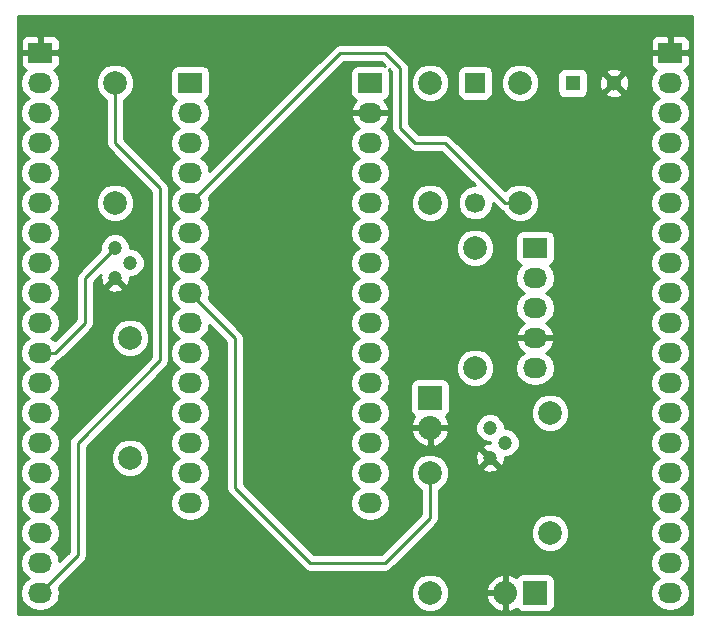
<source format=gbr>
G04 #@! TF.FileFunction,Copper,L2,Bot,Signal*
%FSLAX46Y46*%
G04 Gerber Fmt 4.6, Leading zero omitted, Abs format (unit mm)*
G04 Created by KiCad (PCBNEW 4.0.4+e1-6308~48~ubuntu16.04.1-stable) date Thu Sep 22 16:48:10 2016*
%MOMM*%
%LPD*%
G01*
G04 APERTURE LIST*
%ADD10C,0.100000*%
%ADD11C,1.699260*%
%ADD12R,1.699260X1.699260*%
%ADD13R,2.032000X1.727200*%
%ADD14O,2.032000X1.727200*%
%ADD15R,2.032000X2.032000*%
%ADD16O,2.032000X2.032000*%
%ADD17C,1.200000*%
%ADD18C,1.998980*%
%ADD19C,1.300000*%
%ADD20R,1.300000X1.300000*%
%ADD21C,0.250000*%
%ADD22C,0.254000*%
G04 APERTURE END LIST*
D10*
D11*
X68582540Y-88900520D03*
D12*
X68582540Y-78740520D03*
D13*
X73660000Y-92710000D03*
D14*
X73660000Y-95250000D03*
X73660000Y-97790000D03*
X73660000Y-100330000D03*
X73660000Y-102870000D03*
D15*
X64770000Y-105410000D03*
D16*
X64770000Y-107950000D03*
D17*
X69850000Y-110490000D03*
X71120000Y-109220000D03*
X69850000Y-107950000D03*
D18*
X64770000Y-121920000D03*
X64770000Y-111760000D03*
X68580000Y-92710000D03*
X68580000Y-102870000D03*
X72390000Y-88900000D03*
X72390000Y-78740000D03*
X64770000Y-78740000D03*
X64770000Y-88900000D03*
X74930000Y-106680000D03*
X74930000Y-116840000D03*
D19*
X80335000Y-78740000D03*
D20*
X76835000Y-78740000D03*
D15*
X73660000Y-121920000D03*
D16*
X71120000Y-121920000D03*
D13*
X44450000Y-78740000D03*
D14*
X44450000Y-81280000D03*
X44450000Y-83820000D03*
X44450000Y-86360000D03*
X44450000Y-88900000D03*
X44450000Y-91440000D03*
X44450000Y-93980000D03*
X44450000Y-96520000D03*
X44450000Y-99060000D03*
X44450000Y-101600000D03*
X44450000Y-104140000D03*
X44450000Y-106680000D03*
X44450000Y-109220000D03*
X44450000Y-111760000D03*
X44450000Y-114300000D03*
D13*
X59690000Y-78740000D03*
D14*
X59690000Y-81280000D03*
X59690000Y-83820000D03*
X59690000Y-86360000D03*
X59690000Y-88900000D03*
X59690000Y-91440000D03*
X59690000Y-93980000D03*
X59690000Y-96520000D03*
X59690000Y-99060000D03*
X59690000Y-101600000D03*
X59690000Y-104140000D03*
X59690000Y-106680000D03*
X59690000Y-109220000D03*
X59690000Y-111760000D03*
X59690000Y-114300000D03*
D17*
X38100000Y-95250000D03*
X39370000Y-93980000D03*
X38100000Y-92710000D03*
D18*
X38100000Y-78740000D03*
X38100000Y-88900000D03*
X39370000Y-110490000D03*
X39370000Y-100330000D03*
D13*
X85090000Y-76200000D03*
D14*
X85090000Y-78740000D03*
X85090000Y-81280000D03*
X85090000Y-83820000D03*
X85090000Y-86360000D03*
X85090000Y-88900000D03*
X85090000Y-91440000D03*
X85090000Y-93980000D03*
X85090000Y-96520000D03*
X85090000Y-99060000D03*
X85090000Y-101600000D03*
X85090000Y-104140000D03*
X85090000Y-106680000D03*
X85090000Y-109220000D03*
X85090000Y-111760000D03*
X85090000Y-114300000D03*
X85090000Y-116840000D03*
X85090000Y-119380000D03*
X85090000Y-121920000D03*
D13*
X31750000Y-76200000D03*
D14*
X31750000Y-78740000D03*
X31750000Y-81280000D03*
X31750000Y-83820000D03*
X31750000Y-86360000D03*
X31750000Y-88900000D03*
X31750000Y-91440000D03*
X31750000Y-93980000D03*
X31750000Y-96520000D03*
X31750000Y-99060000D03*
X31750000Y-101600000D03*
X31750000Y-104140000D03*
X31750000Y-106680000D03*
X31750000Y-109220000D03*
X31750000Y-111760000D03*
X31750000Y-114300000D03*
X31750000Y-116840000D03*
X31750000Y-119380000D03*
X31750000Y-121920000D03*
D21*
X69850000Y-110490000D02*
X67310000Y-107950000D01*
X71755000Y-100330000D02*
X73660000Y-100330000D01*
X70485000Y-101600000D02*
X71755000Y-100330000D01*
X70485000Y-104140000D02*
X70485000Y-101600000D01*
X67310000Y-107315000D02*
X70485000Y-104140000D01*
X67310000Y-107950000D02*
X67310000Y-107315000D01*
X31750000Y-101600000D02*
X33020000Y-101600000D01*
X35560000Y-95250000D02*
X38100000Y-92710000D01*
X35560000Y-99060000D02*
X35560000Y-95250000D01*
X33020000Y-101600000D02*
X35560000Y-99060000D01*
X38100000Y-78740000D02*
X38100000Y-83820000D01*
X34925000Y-118745000D02*
X31750000Y-121920000D01*
X34925000Y-109220000D02*
X34925000Y-118745000D01*
X41910000Y-102235000D02*
X34925000Y-109220000D01*
X41910000Y-87630000D02*
X41910000Y-102235000D01*
X38100000Y-83820000D02*
X41910000Y-87630000D01*
X72390000Y-88900000D02*
X71120000Y-88900000D01*
X57150000Y-76200000D02*
X44450000Y-88900000D01*
X60960000Y-76200000D02*
X57150000Y-76200000D01*
X62230000Y-77470000D02*
X60960000Y-76200000D01*
X62230000Y-82550000D02*
X62230000Y-77470000D01*
X63500000Y-83820000D02*
X62230000Y-82550000D01*
X66040000Y-83820000D02*
X63500000Y-83820000D01*
X71120000Y-88900000D02*
X66040000Y-83820000D01*
X64770000Y-111760000D02*
X64770000Y-115570000D01*
X48260000Y-100330000D02*
X44450000Y-96520000D01*
X48260000Y-113030000D02*
X48260000Y-100330000D01*
X54610000Y-119380000D02*
X48260000Y-113030000D01*
X60960000Y-119380000D02*
X54610000Y-119380000D01*
X64770000Y-115570000D02*
X60960000Y-119380000D01*
D22*
G36*
X86920000Y-123750000D02*
X29920000Y-123750000D01*
X29920000Y-78740000D01*
X30066655Y-78740000D01*
X30180729Y-79313489D01*
X30505585Y-79799670D01*
X30820366Y-80010000D01*
X30505585Y-80220330D01*
X30180729Y-80706511D01*
X30066655Y-81280000D01*
X30180729Y-81853489D01*
X30505585Y-82339670D01*
X30820366Y-82550000D01*
X30505585Y-82760330D01*
X30180729Y-83246511D01*
X30066655Y-83820000D01*
X30180729Y-84393489D01*
X30505585Y-84879670D01*
X30820366Y-85090000D01*
X30505585Y-85300330D01*
X30180729Y-85786511D01*
X30066655Y-86360000D01*
X30180729Y-86933489D01*
X30505585Y-87419670D01*
X30820366Y-87630000D01*
X30505585Y-87840330D01*
X30180729Y-88326511D01*
X30066655Y-88900000D01*
X30180729Y-89473489D01*
X30505585Y-89959670D01*
X30820366Y-90170000D01*
X30505585Y-90380330D01*
X30180729Y-90866511D01*
X30066655Y-91440000D01*
X30180729Y-92013489D01*
X30505585Y-92499670D01*
X30820366Y-92710000D01*
X30505585Y-92920330D01*
X30180729Y-93406511D01*
X30066655Y-93980000D01*
X30180729Y-94553489D01*
X30505585Y-95039670D01*
X30820366Y-95250000D01*
X30505585Y-95460330D01*
X30180729Y-95946511D01*
X30066655Y-96520000D01*
X30180729Y-97093489D01*
X30505585Y-97579670D01*
X30820366Y-97790000D01*
X30505585Y-98000330D01*
X30180729Y-98486511D01*
X30066655Y-99060000D01*
X30180729Y-99633489D01*
X30505585Y-100119670D01*
X30820366Y-100330000D01*
X30505585Y-100540330D01*
X30180729Y-101026511D01*
X30066655Y-101600000D01*
X30180729Y-102173489D01*
X30505585Y-102659670D01*
X30820366Y-102870000D01*
X30505585Y-103080330D01*
X30180729Y-103566511D01*
X30066655Y-104140000D01*
X30180729Y-104713489D01*
X30505585Y-105199670D01*
X30820366Y-105410000D01*
X30505585Y-105620330D01*
X30180729Y-106106511D01*
X30066655Y-106680000D01*
X30180729Y-107253489D01*
X30505585Y-107739670D01*
X30820366Y-107950000D01*
X30505585Y-108160330D01*
X30180729Y-108646511D01*
X30066655Y-109220000D01*
X30180729Y-109793489D01*
X30505585Y-110279670D01*
X30820366Y-110490000D01*
X30505585Y-110700330D01*
X30180729Y-111186511D01*
X30066655Y-111760000D01*
X30180729Y-112333489D01*
X30505585Y-112819670D01*
X30820366Y-113030000D01*
X30505585Y-113240330D01*
X30180729Y-113726511D01*
X30066655Y-114300000D01*
X30180729Y-114873489D01*
X30505585Y-115359670D01*
X30820366Y-115570000D01*
X30505585Y-115780330D01*
X30180729Y-116266511D01*
X30066655Y-116840000D01*
X30180729Y-117413489D01*
X30505585Y-117899670D01*
X30820366Y-118110000D01*
X30505585Y-118320330D01*
X30180729Y-118806511D01*
X30066655Y-119380000D01*
X30180729Y-119953489D01*
X30505585Y-120439670D01*
X30820366Y-120650000D01*
X30505585Y-120860330D01*
X30180729Y-121346511D01*
X30066655Y-121920000D01*
X30180729Y-122493489D01*
X30505585Y-122979670D01*
X30991766Y-123304526D01*
X31565255Y-123418600D01*
X31934745Y-123418600D01*
X32508234Y-123304526D01*
X32994415Y-122979670D01*
X33319271Y-122493489D01*
X33368958Y-122243694D01*
X63135226Y-122243694D01*
X63383538Y-122844655D01*
X63842927Y-123304846D01*
X64443453Y-123554206D01*
X65093694Y-123554774D01*
X65694655Y-123306462D01*
X66154846Y-122847073D01*
X66380787Y-122302944D01*
X69514025Y-122302944D01*
X69713615Y-122784818D01*
X70151621Y-123257188D01*
X70737054Y-123525983D01*
X70993000Y-123407367D01*
X70993000Y-122047000D01*
X69633164Y-122047000D01*
X69514025Y-122302944D01*
X66380787Y-122302944D01*
X66404206Y-122246547D01*
X66404774Y-121596306D01*
X66380293Y-121537056D01*
X69514025Y-121537056D01*
X69633164Y-121793000D01*
X70993000Y-121793000D01*
X70993000Y-120432633D01*
X71247000Y-120432633D01*
X71247000Y-121793000D01*
X71267000Y-121793000D01*
X71267000Y-122047000D01*
X71247000Y-122047000D01*
X71247000Y-123407367D01*
X71502946Y-123525983D01*
X72088379Y-123257188D01*
X72092934Y-123252276D01*
X72179910Y-123387441D01*
X72392110Y-123532431D01*
X72644000Y-123583440D01*
X74676000Y-123583440D01*
X74911317Y-123539162D01*
X75127441Y-123400090D01*
X75272431Y-123187890D01*
X75323440Y-122936000D01*
X75323440Y-120904000D01*
X75279162Y-120668683D01*
X75140090Y-120452559D01*
X74927890Y-120307569D01*
X74676000Y-120256560D01*
X72644000Y-120256560D01*
X72408683Y-120300838D01*
X72192559Y-120439910D01*
X72092144Y-120586872D01*
X72088379Y-120582812D01*
X71502946Y-120314017D01*
X71247000Y-120432633D01*
X70993000Y-120432633D01*
X70737054Y-120314017D01*
X70151621Y-120582812D01*
X69713615Y-121055182D01*
X69514025Y-121537056D01*
X66380293Y-121537056D01*
X66156462Y-120995345D01*
X65697073Y-120535154D01*
X65096547Y-120285794D01*
X64446306Y-120285226D01*
X63845345Y-120533538D01*
X63385154Y-120992927D01*
X63135794Y-121593453D01*
X63135226Y-122243694D01*
X33368958Y-122243694D01*
X33433345Y-121920000D01*
X33332381Y-121412421D01*
X35462401Y-119282401D01*
X35627148Y-119035839D01*
X35685000Y-118745000D01*
X35685000Y-110813694D01*
X37735226Y-110813694D01*
X37983538Y-111414655D01*
X38442927Y-111874846D01*
X39043453Y-112124206D01*
X39693694Y-112124774D01*
X40294655Y-111876462D01*
X40754846Y-111417073D01*
X41004206Y-110816547D01*
X41004774Y-110166306D01*
X40756462Y-109565345D01*
X40297073Y-109105154D01*
X39696547Y-108855794D01*
X39046306Y-108855226D01*
X38445345Y-109103538D01*
X37985154Y-109562927D01*
X37735794Y-110163453D01*
X37735226Y-110813694D01*
X35685000Y-110813694D01*
X35685000Y-109534802D01*
X42447401Y-102772401D01*
X42612148Y-102525839D01*
X42670000Y-102235000D01*
X42670000Y-87630000D01*
X42612148Y-87339161D01*
X42447401Y-87092599D01*
X38860000Y-83505198D01*
X38860000Y-81280000D01*
X42766655Y-81280000D01*
X42880729Y-81853489D01*
X43205585Y-82339670D01*
X43520366Y-82550000D01*
X43205585Y-82760330D01*
X42880729Y-83246511D01*
X42766655Y-83820000D01*
X42880729Y-84393489D01*
X43205585Y-84879670D01*
X43520366Y-85090000D01*
X43205585Y-85300330D01*
X42880729Y-85786511D01*
X42766655Y-86360000D01*
X42880729Y-86933489D01*
X43205585Y-87419670D01*
X43520366Y-87630000D01*
X43205585Y-87840330D01*
X42880729Y-88326511D01*
X42766655Y-88900000D01*
X42880729Y-89473489D01*
X43205585Y-89959670D01*
X43520366Y-90170000D01*
X43205585Y-90380330D01*
X42880729Y-90866511D01*
X42766655Y-91440000D01*
X42880729Y-92013489D01*
X43205585Y-92499670D01*
X43520366Y-92710000D01*
X43205585Y-92920330D01*
X42880729Y-93406511D01*
X42766655Y-93980000D01*
X42880729Y-94553489D01*
X43205585Y-95039670D01*
X43520366Y-95250000D01*
X43205585Y-95460330D01*
X42880729Y-95946511D01*
X42766655Y-96520000D01*
X42880729Y-97093489D01*
X43205585Y-97579670D01*
X43520366Y-97790000D01*
X43205585Y-98000330D01*
X42880729Y-98486511D01*
X42766655Y-99060000D01*
X42880729Y-99633489D01*
X43205585Y-100119670D01*
X43520366Y-100330000D01*
X43205585Y-100540330D01*
X42880729Y-101026511D01*
X42766655Y-101600000D01*
X42880729Y-102173489D01*
X43205585Y-102659670D01*
X43520366Y-102870000D01*
X43205585Y-103080330D01*
X42880729Y-103566511D01*
X42766655Y-104140000D01*
X42880729Y-104713489D01*
X43205585Y-105199670D01*
X43520366Y-105410000D01*
X43205585Y-105620330D01*
X42880729Y-106106511D01*
X42766655Y-106680000D01*
X42880729Y-107253489D01*
X43205585Y-107739670D01*
X43520366Y-107950000D01*
X43205585Y-108160330D01*
X42880729Y-108646511D01*
X42766655Y-109220000D01*
X42880729Y-109793489D01*
X43205585Y-110279670D01*
X43520366Y-110490000D01*
X43205585Y-110700330D01*
X42880729Y-111186511D01*
X42766655Y-111760000D01*
X42880729Y-112333489D01*
X43205585Y-112819670D01*
X43520366Y-113030000D01*
X43205585Y-113240330D01*
X42880729Y-113726511D01*
X42766655Y-114300000D01*
X42880729Y-114873489D01*
X43205585Y-115359670D01*
X43691766Y-115684526D01*
X44265255Y-115798600D01*
X44634745Y-115798600D01*
X45208234Y-115684526D01*
X45694415Y-115359670D01*
X46019271Y-114873489D01*
X46133345Y-114300000D01*
X46019271Y-113726511D01*
X45694415Y-113240330D01*
X45379634Y-113030000D01*
X45694415Y-112819670D01*
X46019271Y-112333489D01*
X46133345Y-111760000D01*
X46019271Y-111186511D01*
X45694415Y-110700330D01*
X45379634Y-110490000D01*
X45694415Y-110279670D01*
X46019271Y-109793489D01*
X46133345Y-109220000D01*
X46019271Y-108646511D01*
X45694415Y-108160330D01*
X45379634Y-107950000D01*
X45694415Y-107739670D01*
X46019271Y-107253489D01*
X46133345Y-106680000D01*
X46019271Y-106106511D01*
X45694415Y-105620330D01*
X45379634Y-105410000D01*
X45694415Y-105199670D01*
X46019271Y-104713489D01*
X46133345Y-104140000D01*
X46019271Y-103566511D01*
X45694415Y-103080330D01*
X45379634Y-102870000D01*
X45694415Y-102659670D01*
X46019271Y-102173489D01*
X46133345Y-101600000D01*
X46019271Y-101026511D01*
X45694415Y-100540330D01*
X45379634Y-100330000D01*
X45694415Y-100119670D01*
X46019271Y-99633489D01*
X46097152Y-99241954D01*
X47500000Y-100644802D01*
X47500000Y-113030000D01*
X47557852Y-113320839D01*
X47722599Y-113567401D01*
X54072599Y-119917401D01*
X54319161Y-120082148D01*
X54610000Y-120140000D01*
X60960000Y-120140000D01*
X61250839Y-120082148D01*
X61497401Y-119917401D01*
X64251108Y-117163694D01*
X73295226Y-117163694D01*
X73543538Y-117764655D01*
X74002927Y-118224846D01*
X74603453Y-118474206D01*
X75253694Y-118474774D01*
X75854655Y-118226462D01*
X76314846Y-117767073D01*
X76564206Y-117166547D01*
X76564774Y-116516306D01*
X76316462Y-115915345D01*
X75857073Y-115455154D01*
X75256547Y-115205794D01*
X74606306Y-115205226D01*
X74005345Y-115453538D01*
X73545154Y-115912927D01*
X73295794Y-116513453D01*
X73295226Y-117163694D01*
X64251108Y-117163694D01*
X65307401Y-116107401D01*
X65472148Y-115860839D01*
X65530000Y-115570000D01*
X65530000Y-113214496D01*
X65694655Y-113146462D01*
X66154846Y-112687073D01*
X66404206Y-112086547D01*
X66404774Y-111436306D01*
X66370244Y-111352735D01*
X69166870Y-111352735D01*
X69216383Y-111578164D01*
X69681036Y-111737807D01*
X70171413Y-111707482D01*
X70483617Y-111578164D01*
X70533130Y-111352735D01*
X69850000Y-110669605D01*
X69166870Y-111352735D01*
X66370244Y-111352735D01*
X66156462Y-110835345D01*
X65697073Y-110375154D01*
X65566743Y-110321036D01*
X68602193Y-110321036D01*
X68632518Y-110811413D01*
X68761836Y-111123617D01*
X68987265Y-111173130D01*
X69670395Y-110490000D01*
X68987265Y-109806870D01*
X68761836Y-109856383D01*
X68602193Y-110321036D01*
X65566743Y-110321036D01*
X65096547Y-110125794D01*
X64446306Y-110125226D01*
X63845345Y-110373538D01*
X63385154Y-110832927D01*
X63135794Y-111433453D01*
X63135226Y-112083694D01*
X63383538Y-112684655D01*
X63842927Y-113144846D01*
X64010000Y-113214221D01*
X64010000Y-115255198D01*
X60645198Y-118620000D01*
X54924802Y-118620000D01*
X49020000Y-112715198D01*
X49020000Y-100330000D01*
X48962148Y-100039161D01*
X48797401Y-99792599D01*
X46032381Y-97027579D01*
X46133345Y-96520000D01*
X46019271Y-95946511D01*
X45694415Y-95460330D01*
X45379634Y-95250000D01*
X45694415Y-95039670D01*
X46019271Y-94553489D01*
X46133345Y-93980000D01*
X46019271Y-93406511D01*
X45694415Y-92920330D01*
X45379634Y-92710000D01*
X45694415Y-92499670D01*
X46019271Y-92013489D01*
X46133345Y-91440000D01*
X46019271Y-90866511D01*
X45694415Y-90380330D01*
X45379634Y-90170000D01*
X45694415Y-89959670D01*
X46019271Y-89473489D01*
X46133345Y-88900000D01*
X46032381Y-88392421D01*
X50604802Y-83820000D01*
X58006655Y-83820000D01*
X58120729Y-84393489D01*
X58445585Y-84879670D01*
X58760366Y-85090000D01*
X58445585Y-85300330D01*
X58120729Y-85786511D01*
X58006655Y-86360000D01*
X58120729Y-86933489D01*
X58445585Y-87419670D01*
X58760366Y-87630000D01*
X58445585Y-87840330D01*
X58120729Y-88326511D01*
X58006655Y-88900000D01*
X58120729Y-89473489D01*
X58445585Y-89959670D01*
X58760366Y-90170000D01*
X58445585Y-90380330D01*
X58120729Y-90866511D01*
X58006655Y-91440000D01*
X58120729Y-92013489D01*
X58445585Y-92499670D01*
X58760366Y-92710000D01*
X58445585Y-92920330D01*
X58120729Y-93406511D01*
X58006655Y-93980000D01*
X58120729Y-94553489D01*
X58445585Y-95039670D01*
X58760366Y-95250000D01*
X58445585Y-95460330D01*
X58120729Y-95946511D01*
X58006655Y-96520000D01*
X58120729Y-97093489D01*
X58445585Y-97579670D01*
X58760366Y-97790000D01*
X58445585Y-98000330D01*
X58120729Y-98486511D01*
X58006655Y-99060000D01*
X58120729Y-99633489D01*
X58445585Y-100119670D01*
X58760366Y-100330000D01*
X58445585Y-100540330D01*
X58120729Y-101026511D01*
X58006655Y-101600000D01*
X58120729Y-102173489D01*
X58445585Y-102659670D01*
X58760366Y-102870000D01*
X58445585Y-103080330D01*
X58120729Y-103566511D01*
X58006655Y-104140000D01*
X58120729Y-104713489D01*
X58445585Y-105199670D01*
X58760366Y-105410000D01*
X58445585Y-105620330D01*
X58120729Y-106106511D01*
X58006655Y-106680000D01*
X58120729Y-107253489D01*
X58445585Y-107739670D01*
X58760366Y-107950000D01*
X58445585Y-108160330D01*
X58120729Y-108646511D01*
X58006655Y-109220000D01*
X58120729Y-109793489D01*
X58445585Y-110279670D01*
X58760366Y-110490000D01*
X58445585Y-110700330D01*
X58120729Y-111186511D01*
X58006655Y-111760000D01*
X58120729Y-112333489D01*
X58445585Y-112819670D01*
X58760366Y-113030000D01*
X58445585Y-113240330D01*
X58120729Y-113726511D01*
X58006655Y-114300000D01*
X58120729Y-114873489D01*
X58445585Y-115359670D01*
X58931766Y-115684526D01*
X59505255Y-115798600D01*
X59874745Y-115798600D01*
X60448234Y-115684526D01*
X60934415Y-115359670D01*
X61259271Y-114873489D01*
X61373345Y-114300000D01*
X61259271Y-113726511D01*
X60934415Y-113240330D01*
X60619634Y-113030000D01*
X60934415Y-112819670D01*
X61259271Y-112333489D01*
X61373345Y-111760000D01*
X61259271Y-111186511D01*
X60934415Y-110700330D01*
X60619634Y-110490000D01*
X60934415Y-110279670D01*
X61259271Y-109793489D01*
X61373345Y-109220000D01*
X61259271Y-108646511D01*
X61049754Y-108332946D01*
X63164017Y-108332946D01*
X63432812Y-108918379D01*
X63905182Y-109356385D01*
X64387056Y-109555975D01*
X64643000Y-109436836D01*
X64643000Y-108077000D01*
X64897000Y-108077000D01*
X64897000Y-109436836D01*
X65152944Y-109555975D01*
X65634818Y-109356385D01*
X66107188Y-108918379D01*
X66375983Y-108332946D01*
X66311858Y-108194579D01*
X68614786Y-108194579D01*
X68802408Y-108648657D01*
X69149515Y-108996371D01*
X69603266Y-109184785D01*
X69885030Y-109185031D01*
X69884973Y-109250479D01*
X69528587Y-109272518D01*
X69216383Y-109401836D01*
X69166870Y-109627265D01*
X69850000Y-110310395D01*
X69864143Y-110296253D01*
X70043748Y-110475858D01*
X70029605Y-110490000D01*
X70712735Y-111173130D01*
X70938164Y-111123617D01*
X71097807Y-110658964D01*
X71085192Y-110454970D01*
X71364579Y-110455214D01*
X71818657Y-110267592D01*
X72166371Y-109920485D01*
X72354785Y-109466734D01*
X72355214Y-108975421D01*
X72167592Y-108521343D01*
X71820485Y-108173629D01*
X71366734Y-107985215D01*
X71084970Y-107984969D01*
X71085214Y-107705421D01*
X70897592Y-107251343D01*
X70650376Y-107003694D01*
X73295226Y-107003694D01*
X73543538Y-107604655D01*
X74002927Y-108064846D01*
X74603453Y-108314206D01*
X75253694Y-108314774D01*
X75854655Y-108066462D01*
X76314846Y-107607073D01*
X76564206Y-107006547D01*
X76564774Y-106356306D01*
X76316462Y-105755345D01*
X75857073Y-105295154D01*
X75256547Y-105045794D01*
X74606306Y-105045226D01*
X74005345Y-105293538D01*
X73545154Y-105752927D01*
X73295794Y-106353453D01*
X73295226Y-107003694D01*
X70650376Y-107003694D01*
X70550485Y-106903629D01*
X70096734Y-106715215D01*
X69605421Y-106714786D01*
X69151343Y-106902408D01*
X68803629Y-107249515D01*
X68615215Y-107703266D01*
X68614786Y-108194579D01*
X66311858Y-108194579D01*
X66257367Y-108077000D01*
X64897000Y-108077000D01*
X64643000Y-108077000D01*
X63282633Y-108077000D01*
X63164017Y-108332946D01*
X61049754Y-108332946D01*
X60934415Y-108160330D01*
X60619634Y-107950000D01*
X60934415Y-107739670D01*
X61259271Y-107253489D01*
X61373345Y-106680000D01*
X61259271Y-106106511D01*
X60934415Y-105620330D01*
X60619634Y-105410000D01*
X60934415Y-105199670D01*
X61259271Y-104713489D01*
X61322821Y-104394000D01*
X63106560Y-104394000D01*
X63106560Y-106426000D01*
X63150838Y-106661317D01*
X63289910Y-106877441D01*
X63436872Y-106977856D01*
X63432812Y-106981621D01*
X63164017Y-107567054D01*
X63282633Y-107823000D01*
X64643000Y-107823000D01*
X64643000Y-107803000D01*
X64897000Y-107803000D01*
X64897000Y-107823000D01*
X66257367Y-107823000D01*
X66375983Y-107567054D01*
X66107188Y-106981621D01*
X66102276Y-106977066D01*
X66237441Y-106890090D01*
X66382431Y-106677890D01*
X66433440Y-106426000D01*
X66433440Y-104394000D01*
X66389162Y-104158683D01*
X66250090Y-103942559D01*
X66037890Y-103797569D01*
X65786000Y-103746560D01*
X63754000Y-103746560D01*
X63518683Y-103790838D01*
X63302559Y-103929910D01*
X63157569Y-104142110D01*
X63106560Y-104394000D01*
X61322821Y-104394000D01*
X61373345Y-104140000D01*
X61259271Y-103566511D01*
X61010163Y-103193694D01*
X66945226Y-103193694D01*
X67193538Y-103794655D01*
X67652927Y-104254846D01*
X68253453Y-104504206D01*
X68903694Y-104504774D01*
X69504655Y-104256462D01*
X69964846Y-103797073D01*
X70214206Y-103196547D01*
X70214491Y-102870000D01*
X71976655Y-102870000D01*
X72090729Y-103443489D01*
X72415585Y-103929670D01*
X72901766Y-104254526D01*
X73475255Y-104368600D01*
X73844745Y-104368600D01*
X74418234Y-104254526D01*
X74904415Y-103929670D01*
X75229271Y-103443489D01*
X75343345Y-102870000D01*
X75229271Y-102296511D01*
X74904415Y-101810330D01*
X74594931Y-101603539D01*
X75010732Y-101232036D01*
X75264709Y-100704791D01*
X75267358Y-100689026D01*
X75146217Y-100457000D01*
X73787000Y-100457000D01*
X73787000Y-100477000D01*
X73533000Y-100477000D01*
X73533000Y-100457000D01*
X72173783Y-100457000D01*
X72052642Y-100689026D01*
X72055291Y-100704791D01*
X72309268Y-101232036D01*
X72725069Y-101603539D01*
X72415585Y-101810330D01*
X72090729Y-102296511D01*
X71976655Y-102870000D01*
X70214491Y-102870000D01*
X70214774Y-102546306D01*
X69966462Y-101945345D01*
X69507073Y-101485154D01*
X68906547Y-101235794D01*
X68256306Y-101235226D01*
X67655345Y-101483538D01*
X67195154Y-101942927D01*
X66945794Y-102543453D01*
X66945226Y-103193694D01*
X61010163Y-103193694D01*
X60934415Y-103080330D01*
X60619634Y-102870000D01*
X60934415Y-102659670D01*
X61259271Y-102173489D01*
X61373345Y-101600000D01*
X61259271Y-101026511D01*
X60934415Y-100540330D01*
X60619634Y-100330000D01*
X60934415Y-100119670D01*
X61259271Y-99633489D01*
X61373345Y-99060000D01*
X61259271Y-98486511D01*
X60934415Y-98000330D01*
X60619634Y-97790000D01*
X60934415Y-97579670D01*
X61259271Y-97093489D01*
X61373345Y-96520000D01*
X61259271Y-95946511D01*
X60934415Y-95460330D01*
X60619634Y-95250000D01*
X71976655Y-95250000D01*
X72090729Y-95823489D01*
X72415585Y-96309670D01*
X72730366Y-96520000D01*
X72415585Y-96730330D01*
X72090729Y-97216511D01*
X71976655Y-97790000D01*
X72090729Y-98363489D01*
X72415585Y-98849670D01*
X72725069Y-99056461D01*
X72309268Y-99427964D01*
X72055291Y-99955209D01*
X72052642Y-99970974D01*
X72173783Y-100203000D01*
X73533000Y-100203000D01*
X73533000Y-100183000D01*
X73787000Y-100183000D01*
X73787000Y-100203000D01*
X75146217Y-100203000D01*
X75267358Y-99970974D01*
X75264709Y-99955209D01*
X75010732Y-99427964D01*
X74594931Y-99056461D01*
X74904415Y-98849670D01*
X75229271Y-98363489D01*
X75343345Y-97790000D01*
X75229271Y-97216511D01*
X74904415Y-96730330D01*
X74589634Y-96520000D01*
X74904415Y-96309670D01*
X75229271Y-95823489D01*
X75343345Y-95250000D01*
X75229271Y-94676511D01*
X74904415Y-94190330D01*
X74890087Y-94180757D01*
X74911317Y-94176762D01*
X75127441Y-94037690D01*
X75272431Y-93825490D01*
X75323440Y-93573600D01*
X75323440Y-91846400D01*
X75279162Y-91611083D01*
X75140090Y-91394959D01*
X74927890Y-91249969D01*
X74676000Y-91198960D01*
X72644000Y-91198960D01*
X72408683Y-91243238D01*
X72192559Y-91382310D01*
X72047569Y-91594510D01*
X71996560Y-91846400D01*
X71996560Y-93573600D01*
X72040838Y-93808917D01*
X72179910Y-94025041D01*
X72392110Y-94170031D01*
X72433439Y-94178400D01*
X72415585Y-94190330D01*
X72090729Y-94676511D01*
X71976655Y-95250000D01*
X60619634Y-95250000D01*
X60934415Y-95039670D01*
X61259271Y-94553489D01*
X61373345Y-93980000D01*
X61259271Y-93406511D01*
X61010163Y-93033694D01*
X66945226Y-93033694D01*
X67193538Y-93634655D01*
X67652927Y-94094846D01*
X68253453Y-94344206D01*
X68903694Y-94344774D01*
X69504655Y-94096462D01*
X69964846Y-93637073D01*
X70214206Y-93036547D01*
X70214774Y-92386306D01*
X69966462Y-91785345D01*
X69507073Y-91325154D01*
X68906547Y-91075794D01*
X68256306Y-91075226D01*
X67655345Y-91323538D01*
X67195154Y-91782927D01*
X66945794Y-92383453D01*
X66945226Y-93033694D01*
X61010163Y-93033694D01*
X60934415Y-92920330D01*
X60619634Y-92710000D01*
X60934415Y-92499670D01*
X61259271Y-92013489D01*
X61373345Y-91440000D01*
X61259271Y-90866511D01*
X60934415Y-90380330D01*
X60619634Y-90170000D01*
X60934415Y-89959670D01*
X61259271Y-89473489D01*
X61308958Y-89223694D01*
X63135226Y-89223694D01*
X63383538Y-89824655D01*
X63842927Y-90284846D01*
X64443453Y-90534206D01*
X65093694Y-90534774D01*
X65694655Y-90286462D01*
X66154846Y-89827073D01*
X66404206Y-89226547D01*
X66404774Y-88576306D01*
X66156462Y-87975345D01*
X65697073Y-87515154D01*
X65096547Y-87265794D01*
X64446306Y-87265226D01*
X63845345Y-87513538D01*
X63385154Y-87972927D01*
X63135794Y-88573453D01*
X63135226Y-89223694D01*
X61308958Y-89223694D01*
X61373345Y-88900000D01*
X61259271Y-88326511D01*
X60934415Y-87840330D01*
X60619634Y-87630000D01*
X60934415Y-87419670D01*
X61259271Y-86933489D01*
X61373345Y-86360000D01*
X61259271Y-85786511D01*
X60934415Y-85300330D01*
X60619634Y-85090000D01*
X60934415Y-84879670D01*
X61259271Y-84393489D01*
X61373345Y-83820000D01*
X61259271Y-83246511D01*
X60934415Y-82760330D01*
X60624931Y-82553539D01*
X61040732Y-82182036D01*
X61294709Y-81654791D01*
X61297358Y-81639026D01*
X61176217Y-81407000D01*
X59817000Y-81407000D01*
X59817000Y-81427000D01*
X59563000Y-81427000D01*
X59563000Y-81407000D01*
X58203783Y-81407000D01*
X58082642Y-81639026D01*
X58085291Y-81654791D01*
X58339268Y-82182036D01*
X58755069Y-82553539D01*
X58445585Y-82760330D01*
X58120729Y-83246511D01*
X58006655Y-83820000D01*
X50604802Y-83820000D01*
X57464802Y-76960000D01*
X60645198Y-76960000D01*
X60980865Y-77295667D01*
X60957890Y-77279969D01*
X60706000Y-77228960D01*
X58674000Y-77228960D01*
X58438683Y-77273238D01*
X58222559Y-77412310D01*
X58077569Y-77624510D01*
X58026560Y-77876400D01*
X58026560Y-79603600D01*
X58070838Y-79838917D01*
X58209910Y-80055041D01*
X58422110Y-80200031D01*
X58516927Y-80219232D01*
X58339268Y-80377964D01*
X58085291Y-80905209D01*
X58082642Y-80920974D01*
X58203783Y-81153000D01*
X59563000Y-81153000D01*
X59563000Y-81133000D01*
X59817000Y-81133000D01*
X59817000Y-81153000D01*
X61176217Y-81153000D01*
X61297358Y-80920974D01*
X61294709Y-80905209D01*
X61040732Y-80377964D01*
X60865155Y-80221093D01*
X60941317Y-80206762D01*
X61157441Y-80067690D01*
X61302431Y-79855490D01*
X61353440Y-79603600D01*
X61353440Y-77876400D01*
X61309162Y-77641083D01*
X61278264Y-77593066D01*
X61470000Y-77784802D01*
X61470000Y-82550000D01*
X61527852Y-82840839D01*
X61692599Y-83087401D01*
X62962599Y-84357401D01*
X63209160Y-84522148D01*
X63500000Y-84580000D01*
X65725198Y-84580000D01*
X68561068Y-87415870D01*
X68288524Y-87415632D01*
X67742663Y-87641178D01*
X67324666Y-88058446D01*
X67098168Y-88603913D01*
X67097652Y-89194536D01*
X67323198Y-89740397D01*
X67740466Y-90158394D01*
X68285933Y-90384892D01*
X68876556Y-90385408D01*
X69422417Y-90159862D01*
X69840414Y-89742594D01*
X70066912Y-89197127D01*
X70067152Y-88921954D01*
X70582599Y-89437401D01*
X70829161Y-89602148D01*
X70918982Y-89620015D01*
X71003538Y-89824655D01*
X71462927Y-90284846D01*
X72063453Y-90534206D01*
X72713694Y-90534774D01*
X73314655Y-90286462D01*
X73774846Y-89827073D01*
X74024206Y-89226547D01*
X74024774Y-88576306D01*
X73776462Y-87975345D01*
X73317073Y-87515154D01*
X72716547Y-87265794D01*
X72066306Y-87265226D01*
X71465345Y-87513538D01*
X71136556Y-87841754D01*
X66577401Y-83282599D01*
X66330839Y-83117852D01*
X66040000Y-83060000D01*
X63814802Y-83060000D01*
X62990000Y-82235198D01*
X62990000Y-79063694D01*
X63135226Y-79063694D01*
X63383538Y-79664655D01*
X63842927Y-80124846D01*
X64443453Y-80374206D01*
X65093694Y-80374774D01*
X65694655Y-80126462D01*
X66154846Y-79667073D01*
X66404206Y-79066547D01*
X66404774Y-78416306D01*
X66187677Y-77890890D01*
X67085470Y-77890890D01*
X67085470Y-79590150D01*
X67129748Y-79825467D01*
X67268820Y-80041591D01*
X67481020Y-80186581D01*
X67732910Y-80237590D01*
X69432170Y-80237590D01*
X69667487Y-80193312D01*
X69883611Y-80054240D01*
X70028601Y-79842040D01*
X70079610Y-79590150D01*
X70079610Y-79063694D01*
X70755226Y-79063694D01*
X71003538Y-79664655D01*
X71462927Y-80124846D01*
X72063453Y-80374206D01*
X72713694Y-80374774D01*
X73314655Y-80126462D01*
X73774846Y-79667073D01*
X74024206Y-79066547D01*
X74024774Y-78416306D01*
X73889948Y-78090000D01*
X75537560Y-78090000D01*
X75537560Y-79390000D01*
X75581838Y-79625317D01*
X75720910Y-79841441D01*
X75933110Y-79986431D01*
X76185000Y-80037440D01*
X77485000Y-80037440D01*
X77720317Y-79993162D01*
X77936441Y-79854090D01*
X78081431Y-79641890D01*
X78082012Y-79639016D01*
X79615590Y-79639016D01*
X79671271Y-79869611D01*
X80154078Y-80037622D01*
X80664428Y-80008083D01*
X80998729Y-79869611D01*
X81054410Y-79639016D01*
X80335000Y-78919605D01*
X79615590Y-79639016D01*
X78082012Y-79639016D01*
X78132440Y-79390000D01*
X78132440Y-78559078D01*
X79037378Y-78559078D01*
X79066917Y-79069428D01*
X79205389Y-79403729D01*
X79435984Y-79459410D01*
X80155395Y-78740000D01*
X80514605Y-78740000D01*
X81234016Y-79459410D01*
X81464611Y-79403729D01*
X81632622Y-78920922D01*
X81622151Y-78740000D01*
X83406655Y-78740000D01*
X83520729Y-79313489D01*
X83845585Y-79799670D01*
X84160366Y-80010000D01*
X83845585Y-80220330D01*
X83520729Y-80706511D01*
X83406655Y-81280000D01*
X83520729Y-81853489D01*
X83845585Y-82339670D01*
X84160366Y-82550000D01*
X83845585Y-82760330D01*
X83520729Y-83246511D01*
X83406655Y-83820000D01*
X83520729Y-84393489D01*
X83845585Y-84879670D01*
X84160366Y-85090000D01*
X83845585Y-85300330D01*
X83520729Y-85786511D01*
X83406655Y-86360000D01*
X83520729Y-86933489D01*
X83845585Y-87419670D01*
X84160366Y-87630000D01*
X83845585Y-87840330D01*
X83520729Y-88326511D01*
X83406655Y-88900000D01*
X83520729Y-89473489D01*
X83845585Y-89959670D01*
X84160366Y-90170000D01*
X83845585Y-90380330D01*
X83520729Y-90866511D01*
X83406655Y-91440000D01*
X83520729Y-92013489D01*
X83845585Y-92499670D01*
X84160366Y-92710000D01*
X83845585Y-92920330D01*
X83520729Y-93406511D01*
X83406655Y-93980000D01*
X83520729Y-94553489D01*
X83845585Y-95039670D01*
X84160366Y-95250000D01*
X83845585Y-95460330D01*
X83520729Y-95946511D01*
X83406655Y-96520000D01*
X83520729Y-97093489D01*
X83845585Y-97579670D01*
X84160366Y-97790000D01*
X83845585Y-98000330D01*
X83520729Y-98486511D01*
X83406655Y-99060000D01*
X83520729Y-99633489D01*
X83845585Y-100119670D01*
X84160366Y-100330000D01*
X83845585Y-100540330D01*
X83520729Y-101026511D01*
X83406655Y-101600000D01*
X83520729Y-102173489D01*
X83845585Y-102659670D01*
X84160366Y-102870000D01*
X83845585Y-103080330D01*
X83520729Y-103566511D01*
X83406655Y-104140000D01*
X83520729Y-104713489D01*
X83845585Y-105199670D01*
X84160366Y-105410000D01*
X83845585Y-105620330D01*
X83520729Y-106106511D01*
X83406655Y-106680000D01*
X83520729Y-107253489D01*
X83845585Y-107739670D01*
X84160366Y-107950000D01*
X83845585Y-108160330D01*
X83520729Y-108646511D01*
X83406655Y-109220000D01*
X83520729Y-109793489D01*
X83845585Y-110279670D01*
X84160366Y-110490000D01*
X83845585Y-110700330D01*
X83520729Y-111186511D01*
X83406655Y-111760000D01*
X83520729Y-112333489D01*
X83845585Y-112819670D01*
X84160366Y-113030000D01*
X83845585Y-113240330D01*
X83520729Y-113726511D01*
X83406655Y-114300000D01*
X83520729Y-114873489D01*
X83845585Y-115359670D01*
X84160366Y-115570000D01*
X83845585Y-115780330D01*
X83520729Y-116266511D01*
X83406655Y-116840000D01*
X83520729Y-117413489D01*
X83845585Y-117899670D01*
X84160366Y-118110000D01*
X83845585Y-118320330D01*
X83520729Y-118806511D01*
X83406655Y-119380000D01*
X83520729Y-119953489D01*
X83845585Y-120439670D01*
X84160366Y-120650000D01*
X83845585Y-120860330D01*
X83520729Y-121346511D01*
X83406655Y-121920000D01*
X83520729Y-122493489D01*
X83845585Y-122979670D01*
X84331766Y-123304526D01*
X84905255Y-123418600D01*
X85274745Y-123418600D01*
X85848234Y-123304526D01*
X86334415Y-122979670D01*
X86659271Y-122493489D01*
X86773345Y-121920000D01*
X86659271Y-121346511D01*
X86334415Y-120860330D01*
X86019634Y-120650000D01*
X86334415Y-120439670D01*
X86659271Y-119953489D01*
X86773345Y-119380000D01*
X86659271Y-118806511D01*
X86334415Y-118320330D01*
X86019634Y-118110000D01*
X86334415Y-117899670D01*
X86659271Y-117413489D01*
X86773345Y-116840000D01*
X86659271Y-116266511D01*
X86334415Y-115780330D01*
X86019634Y-115570000D01*
X86334415Y-115359670D01*
X86659271Y-114873489D01*
X86773345Y-114300000D01*
X86659271Y-113726511D01*
X86334415Y-113240330D01*
X86019634Y-113030000D01*
X86334415Y-112819670D01*
X86659271Y-112333489D01*
X86773345Y-111760000D01*
X86659271Y-111186511D01*
X86334415Y-110700330D01*
X86019634Y-110490000D01*
X86334415Y-110279670D01*
X86659271Y-109793489D01*
X86773345Y-109220000D01*
X86659271Y-108646511D01*
X86334415Y-108160330D01*
X86019634Y-107950000D01*
X86334415Y-107739670D01*
X86659271Y-107253489D01*
X86773345Y-106680000D01*
X86659271Y-106106511D01*
X86334415Y-105620330D01*
X86019634Y-105410000D01*
X86334415Y-105199670D01*
X86659271Y-104713489D01*
X86773345Y-104140000D01*
X86659271Y-103566511D01*
X86334415Y-103080330D01*
X86019634Y-102870000D01*
X86334415Y-102659670D01*
X86659271Y-102173489D01*
X86773345Y-101600000D01*
X86659271Y-101026511D01*
X86334415Y-100540330D01*
X86019634Y-100330000D01*
X86334415Y-100119670D01*
X86659271Y-99633489D01*
X86773345Y-99060000D01*
X86659271Y-98486511D01*
X86334415Y-98000330D01*
X86019634Y-97790000D01*
X86334415Y-97579670D01*
X86659271Y-97093489D01*
X86773345Y-96520000D01*
X86659271Y-95946511D01*
X86334415Y-95460330D01*
X86019634Y-95250000D01*
X86334415Y-95039670D01*
X86659271Y-94553489D01*
X86773345Y-93980000D01*
X86659271Y-93406511D01*
X86334415Y-92920330D01*
X86019634Y-92710000D01*
X86334415Y-92499670D01*
X86659271Y-92013489D01*
X86773345Y-91440000D01*
X86659271Y-90866511D01*
X86334415Y-90380330D01*
X86019634Y-90170000D01*
X86334415Y-89959670D01*
X86659271Y-89473489D01*
X86773345Y-88900000D01*
X86659271Y-88326511D01*
X86334415Y-87840330D01*
X86019634Y-87630000D01*
X86334415Y-87419670D01*
X86659271Y-86933489D01*
X86773345Y-86360000D01*
X86659271Y-85786511D01*
X86334415Y-85300330D01*
X86019634Y-85090000D01*
X86334415Y-84879670D01*
X86659271Y-84393489D01*
X86773345Y-83820000D01*
X86659271Y-83246511D01*
X86334415Y-82760330D01*
X86019634Y-82550000D01*
X86334415Y-82339670D01*
X86659271Y-81853489D01*
X86773345Y-81280000D01*
X86659271Y-80706511D01*
X86334415Y-80220330D01*
X86019634Y-80010000D01*
X86334415Y-79799670D01*
X86659271Y-79313489D01*
X86773345Y-78740000D01*
X86659271Y-78166511D01*
X86334415Y-77680330D01*
X86312220Y-77665500D01*
X86465699Y-77601927D01*
X86644327Y-77423298D01*
X86741000Y-77189909D01*
X86741000Y-76485750D01*
X86582250Y-76327000D01*
X85217000Y-76327000D01*
X85217000Y-76347000D01*
X84963000Y-76347000D01*
X84963000Y-76327000D01*
X83597750Y-76327000D01*
X83439000Y-76485750D01*
X83439000Y-77189909D01*
X83535673Y-77423298D01*
X83714301Y-77601927D01*
X83867780Y-77665500D01*
X83845585Y-77680330D01*
X83520729Y-78166511D01*
X83406655Y-78740000D01*
X81622151Y-78740000D01*
X81603083Y-78410572D01*
X81464611Y-78076271D01*
X81234016Y-78020590D01*
X80514605Y-78740000D01*
X80155395Y-78740000D01*
X79435984Y-78020590D01*
X79205389Y-78076271D01*
X79037378Y-78559078D01*
X78132440Y-78559078D01*
X78132440Y-78090000D01*
X78088162Y-77854683D01*
X78079347Y-77840984D01*
X79615590Y-77840984D01*
X80335000Y-78560395D01*
X81054410Y-77840984D01*
X80998729Y-77610389D01*
X80515922Y-77442378D01*
X80005572Y-77471917D01*
X79671271Y-77610389D01*
X79615590Y-77840984D01*
X78079347Y-77840984D01*
X77949090Y-77638559D01*
X77736890Y-77493569D01*
X77485000Y-77442560D01*
X76185000Y-77442560D01*
X75949683Y-77486838D01*
X75733559Y-77625910D01*
X75588569Y-77838110D01*
X75537560Y-78090000D01*
X73889948Y-78090000D01*
X73776462Y-77815345D01*
X73317073Y-77355154D01*
X72716547Y-77105794D01*
X72066306Y-77105226D01*
X71465345Y-77353538D01*
X71005154Y-77812927D01*
X70755794Y-78413453D01*
X70755226Y-79063694D01*
X70079610Y-79063694D01*
X70079610Y-77890890D01*
X70035332Y-77655573D01*
X69896260Y-77439449D01*
X69684060Y-77294459D01*
X69432170Y-77243450D01*
X67732910Y-77243450D01*
X67497593Y-77287728D01*
X67281469Y-77426800D01*
X67136479Y-77639000D01*
X67085470Y-77890890D01*
X66187677Y-77890890D01*
X66156462Y-77815345D01*
X65697073Y-77355154D01*
X65096547Y-77105794D01*
X64446306Y-77105226D01*
X63845345Y-77353538D01*
X63385154Y-77812927D01*
X63135794Y-78413453D01*
X63135226Y-79063694D01*
X62990000Y-79063694D01*
X62990000Y-77470000D01*
X62966834Y-77353538D01*
X62932148Y-77179160D01*
X62767401Y-76932599D01*
X61497401Y-75662599D01*
X61250839Y-75497852D01*
X60960000Y-75440000D01*
X57150000Y-75440000D01*
X56859160Y-75497852D01*
X56612599Y-75662599D01*
X46097152Y-86178046D01*
X46019271Y-85786511D01*
X45694415Y-85300330D01*
X45379634Y-85090000D01*
X45694415Y-84879670D01*
X46019271Y-84393489D01*
X46133345Y-83820000D01*
X46019271Y-83246511D01*
X45694415Y-82760330D01*
X45379634Y-82550000D01*
X45694415Y-82339670D01*
X46019271Y-81853489D01*
X46133345Y-81280000D01*
X46019271Y-80706511D01*
X45694415Y-80220330D01*
X45680087Y-80210757D01*
X45701317Y-80206762D01*
X45917441Y-80067690D01*
X46062431Y-79855490D01*
X46113440Y-79603600D01*
X46113440Y-77876400D01*
X46069162Y-77641083D01*
X45930090Y-77424959D01*
X45717890Y-77279969D01*
X45466000Y-77228960D01*
X43434000Y-77228960D01*
X43198683Y-77273238D01*
X42982559Y-77412310D01*
X42837569Y-77624510D01*
X42786560Y-77876400D01*
X42786560Y-79603600D01*
X42830838Y-79838917D01*
X42969910Y-80055041D01*
X43182110Y-80200031D01*
X43223439Y-80208400D01*
X43205585Y-80220330D01*
X42880729Y-80706511D01*
X42766655Y-81280000D01*
X38860000Y-81280000D01*
X38860000Y-80194496D01*
X39024655Y-80126462D01*
X39484846Y-79667073D01*
X39734206Y-79066547D01*
X39734774Y-78416306D01*
X39486462Y-77815345D01*
X39027073Y-77355154D01*
X38426547Y-77105794D01*
X37776306Y-77105226D01*
X37175345Y-77353538D01*
X36715154Y-77812927D01*
X36465794Y-78413453D01*
X36465226Y-79063694D01*
X36713538Y-79664655D01*
X37172927Y-80124846D01*
X37340000Y-80194221D01*
X37340000Y-83820000D01*
X37397852Y-84110839D01*
X37562599Y-84357401D01*
X41150000Y-87944802D01*
X41150000Y-101920198D01*
X34387599Y-108682599D01*
X34222852Y-108929161D01*
X34165000Y-109220000D01*
X34165000Y-118430198D01*
X33397152Y-119198046D01*
X33319271Y-118806511D01*
X32994415Y-118320330D01*
X32679634Y-118110000D01*
X32994415Y-117899670D01*
X33319271Y-117413489D01*
X33433345Y-116840000D01*
X33319271Y-116266511D01*
X32994415Y-115780330D01*
X32679634Y-115570000D01*
X32994415Y-115359670D01*
X33319271Y-114873489D01*
X33433345Y-114300000D01*
X33319271Y-113726511D01*
X32994415Y-113240330D01*
X32679634Y-113030000D01*
X32994415Y-112819670D01*
X33319271Y-112333489D01*
X33433345Y-111760000D01*
X33319271Y-111186511D01*
X32994415Y-110700330D01*
X32679634Y-110490000D01*
X32994415Y-110279670D01*
X33319271Y-109793489D01*
X33433345Y-109220000D01*
X33319271Y-108646511D01*
X32994415Y-108160330D01*
X32679634Y-107950000D01*
X32994415Y-107739670D01*
X33319271Y-107253489D01*
X33433345Y-106680000D01*
X33319271Y-106106511D01*
X32994415Y-105620330D01*
X32679634Y-105410000D01*
X32994415Y-105199670D01*
X33319271Y-104713489D01*
X33433345Y-104140000D01*
X33319271Y-103566511D01*
X32994415Y-103080330D01*
X32679634Y-102870000D01*
X32994415Y-102659670D01*
X33221419Y-102319935D01*
X33310839Y-102302148D01*
X33557401Y-102137401D01*
X35041108Y-100653694D01*
X37735226Y-100653694D01*
X37983538Y-101254655D01*
X38442927Y-101714846D01*
X39043453Y-101964206D01*
X39693694Y-101964774D01*
X40294655Y-101716462D01*
X40754846Y-101257073D01*
X41004206Y-100656547D01*
X41004774Y-100006306D01*
X40756462Y-99405345D01*
X40297073Y-98945154D01*
X39696547Y-98695794D01*
X39046306Y-98695226D01*
X38445345Y-98943538D01*
X37985154Y-99402927D01*
X37735794Y-100003453D01*
X37735226Y-100653694D01*
X35041108Y-100653694D01*
X36097401Y-99597401D01*
X36262148Y-99350840D01*
X36297219Y-99174526D01*
X36320000Y-99060000D01*
X36320000Y-96112735D01*
X37416870Y-96112735D01*
X37466383Y-96338164D01*
X37931036Y-96497807D01*
X38421413Y-96467482D01*
X38733617Y-96338164D01*
X38783130Y-96112735D01*
X38100000Y-95429605D01*
X37416870Y-96112735D01*
X36320000Y-96112735D01*
X36320000Y-95564802D01*
X36877540Y-95007262D01*
X36852193Y-95081036D01*
X36882518Y-95571413D01*
X37011836Y-95883617D01*
X37237265Y-95933130D01*
X37920395Y-95250000D01*
X37906253Y-95235858D01*
X38085858Y-95056253D01*
X38100000Y-95070395D01*
X38114143Y-95056253D01*
X38293748Y-95235858D01*
X38279605Y-95250000D01*
X38962735Y-95933130D01*
X39188164Y-95883617D01*
X39347807Y-95418964D01*
X39335192Y-95214970D01*
X39614579Y-95215214D01*
X40068657Y-95027592D01*
X40416371Y-94680485D01*
X40604785Y-94226734D01*
X40605214Y-93735421D01*
X40417592Y-93281343D01*
X40070485Y-92933629D01*
X39616734Y-92745215D01*
X39334970Y-92744969D01*
X39335214Y-92465421D01*
X39147592Y-92011343D01*
X38800485Y-91663629D01*
X38346734Y-91475215D01*
X37855421Y-91474786D01*
X37401343Y-91662408D01*
X37053629Y-92009515D01*
X36865215Y-92463266D01*
X36864860Y-92870338D01*
X35022599Y-94712599D01*
X34857852Y-94959161D01*
X34800000Y-95250000D01*
X34800000Y-98745198D01*
X32998602Y-100546596D01*
X32994415Y-100540330D01*
X32679634Y-100330000D01*
X32994415Y-100119670D01*
X33319271Y-99633489D01*
X33433345Y-99060000D01*
X33319271Y-98486511D01*
X32994415Y-98000330D01*
X32679634Y-97790000D01*
X32994415Y-97579670D01*
X33319271Y-97093489D01*
X33433345Y-96520000D01*
X33319271Y-95946511D01*
X32994415Y-95460330D01*
X32679634Y-95250000D01*
X32994415Y-95039670D01*
X33319271Y-94553489D01*
X33433345Y-93980000D01*
X33319271Y-93406511D01*
X32994415Y-92920330D01*
X32679634Y-92710000D01*
X32994415Y-92499670D01*
X33319271Y-92013489D01*
X33433345Y-91440000D01*
X33319271Y-90866511D01*
X32994415Y-90380330D01*
X32679634Y-90170000D01*
X32994415Y-89959670D01*
X33319271Y-89473489D01*
X33368958Y-89223694D01*
X36465226Y-89223694D01*
X36713538Y-89824655D01*
X37172927Y-90284846D01*
X37773453Y-90534206D01*
X38423694Y-90534774D01*
X39024655Y-90286462D01*
X39484846Y-89827073D01*
X39734206Y-89226547D01*
X39734774Y-88576306D01*
X39486462Y-87975345D01*
X39027073Y-87515154D01*
X38426547Y-87265794D01*
X37776306Y-87265226D01*
X37175345Y-87513538D01*
X36715154Y-87972927D01*
X36465794Y-88573453D01*
X36465226Y-89223694D01*
X33368958Y-89223694D01*
X33433345Y-88900000D01*
X33319271Y-88326511D01*
X32994415Y-87840330D01*
X32679634Y-87630000D01*
X32994415Y-87419670D01*
X33319271Y-86933489D01*
X33433345Y-86360000D01*
X33319271Y-85786511D01*
X32994415Y-85300330D01*
X32679634Y-85090000D01*
X32994415Y-84879670D01*
X33319271Y-84393489D01*
X33433345Y-83820000D01*
X33319271Y-83246511D01*
X32994415Y-82760330D01*
X32679634Y-82550000D01*
X32994415Y-82339670D01*
X33319271Y-81853489D01*
X33433345Y-81280000D01*
X33319271Y-80706511D01*
X32994415Y-80220330D01*
X32679634Y-80010000D01*
X32994415Y-79799670D01*
X33319271Y-79313489D01*
X33433345Y-78740000D01*
X33319271Y-78166511D01*
X32994415Y-77680330D01*
X32972220Y-77665500D01*
X33125699Y-77601927D01*
X33304327Y-77423298D01*
X33401000Y-77189909D01*
X33401000Y-76485750D01*
X33242250Y-76327000D01*
X31877000Y-76327000D01*
X31877000Y-76347000D01*
X31623000Y-76347000D01*
X31623000Y-76327000D01*
X30257750Y-76327000D01*
X30099000Y-76485750D01*
X30099000Y-77189909D01*
X30195673Y-77423298D01*
X30374301Y-77601927D01*
X30527780Y-77665500D01*
X30505585Y-77680330D01*
X30180729Y-78166511D01*
X30066655Y-78740000D01*
X29920000Y-78740000D01*
X29920000Y-75210091D01*
X30099000Y-75210091D01*
X30099000Y-75914250D01*
X30257750Y-76073000D01*
X31623000Y-76073000D01*
X31623000Y-74860150D01*
X31877000Y-74860150D01*
X31877000Y-76073000D01*
X33242250Y-76073000D01*
X33401000Y-75914250D01*
X33401000Y-75210091D01*
X83439000Y-75210091D01*
X83439000Y-75914250D01*
X83597750Y-76073000D01*
X84963000Y-76073000D01*
X84963000Y-74860150D01*
X85217000Y-74860150D01*
X85217000Y-76073000D01*
X86582250Y-76073000D01*
X86741000Y-75914250D01*
X86741000Y-75210091D01*
X86644327Y-74976702D01*
X86465699Y-74798073D01*
X86232310Y-74701400D01*
X85375750Y-74701400D01*
X85217000Y-74860150D01*
X84963000Y-74860150D01*
X84804250Y-74701400D01*
X83947690Y-74701400D01*
X83714301Y-74798073D01*
X83535673Y-74976702D01*
X83439000Y-75210091D01*
X33401000Y-75210091D01*
X33304327Y-74976702D01*
X33125699Y-74798073D01*
X32892310Y-74701400D01*
X32035750Y-74701400D01*
X31877000Y-74860150D01*
X31623000Y-74860150D01*
X31464250Y-74701400D01*
X30607690Y-74701400D01*
X30374301Y-74798073D01*
X30195673Y-74976702D01*
X30099000Y-75210091D01*
X29920000Y-75210091D01*
X29920000Y-73100000D01*
X86920000Y-73100000D01*
X86920000Y-123750000D01*
X86920000Y-123750000D01*
G37*
X86920000Y-123750000D02*
X29920000Y-123750000D01*
X29920000Y-78740000D01*
X30066655Y-78740000D01*
X30180729Y-79313489D01*
X30505585Y-79799670D01*
X30820366Y-80010000D01*
X30505585Y-80220330D01*
X30180729Y-80706511D01*
X30066655Y-81280000D01*
X30180729Y-81853489D01*
X30505585Y-82339670D01*
X30820366Y-82550000D01*
X30505585Y-82760330D01*
X30180729Y-83246511D01*
X30066655Y-83820000D01*
X30180729Y-84393489D01*
X30505585Y-84879670D01*
X30820366Y-85090000D01*
X30505585Y-85300330D01*
X30180729Y-85786511D01*
X30066655Y-86360000D01*
X30180729Y-86933489D01*
X30505585Y-87419670D01*
X30820366Y-87630000D01*
X30505585Y-87840330D01*
X30180729Y-88326511D01*
X30066655Y-88900000D01*
X30180729Y-89473489D01*
X30505585Y-89959670D01*
X30820366Y-90170000D01*
X30505585Y-90380330D01*
X30180729Y-90866511D01*
X30066655Y-91440000D01*
X30180729Y-92013489D01*
X30505585Y-92499670D01*
X30820366Y-92710000D01*
X30505585Y-92920330D01*
X30180729Y-93406511D01*
X30066655Y-93980000D01*
X30180729Y-94553489D01*
X30505585Y-95039670D01*
X30820366Y-95250000D01*
X30505585Y-95460330D01*
X30180729Y-95946511D01*
X30066655Y-96520000D01*
X30180729Y-97093489D01*
X30505585Y-97579670D01*
X30820366Y-97790000D01*
X30505585Y-98000330D01*
X30180729Y-98486511D01*
X30066655Y-99060000D01*
X30180729Y-99633489D01*
X30505585Y-100119670D01*
X30820366Y-100330000D01*
X30505585Y-100540330D01*
X30180729Y-101026511D01*
X30066655Y-101600000D01*
X30180729Y-102173489D01*
X30505585Y-102659670D01*
X30820366Y-102870000D01*
X30505585Y-103080330D01*
X30180729Y-103566511D01*
X30066655Y-104140000D01*
X30180729Y-104713489D01*
X30505585Y-105199670D01*
X30820366Y-105410000D01*
X30505585Y-105620330D01*
X30180729Y-106106511D01*
X30066655Y-106680000D01*
X30180729Y-107253489D01*
X30505585Y-107739670D01*
X30820366Y-107950000D01*
X30505585Y-108160330D01*
X30180729Y-108646511D01*
X30066655Y-109220000D01*
X30180729Y-109793489D01*
X30505585Y-110279670D01*
X30820366Y-110490000D01*
X30505585Y-110700330D01*
X30180729Y-111186511D01*
X30066655Y-111760000D01*
X30180729Y-112333489D01*
X30505585Y-112819670D01*
X30820366Y-113030000D01*
X30505585Y-113240330D01*
X30180729Y-113726511D01*
X30066655Y-114300000D01*
X30180729Y-114873489D01*
X30505585Y-115359670D01*
X30820366Y-115570000D01*
X30505585Y-115780330D01*
X30180729Y-116266511D01*
X30066655Y-116840000D01*
X30180729Y-117413489D01*
X30505585Y-117899670D01*
X30820366Y-118110000D01*
X30505585Y-118320330D01*
X30180729Y-118806511D01*
X30066655Y-119380000D01*
X30180729Y-119953489D01*
X30505585Y-120439670D01*
X30820366Y-120650000D01*
X30505585Y-120860330D01*
X30180729Y-121346511D01*
X30066655Y-121920000D01*
X30180729Y-122493489D01*
X30505585Y-122979670D01*
X30991766Y-123304526D01*
X31565255Y-123418600D01*
X31934745Y-123418600D01*
X32508234Y-123304526D01*
X32994415Y-122979670D01*
X33319271Y-122493489D01*
X33368958Y-122243694D01*
X63135226Y-122243694D01*
X63383538Y-122844655D01*
X63842927Y-123304846D01*
X64443453Y-123554206D01*
X65093694Y-123554774D01*
X65694655Y-123306462D01*
X66154846Y-122847073D01*
X66380787Y-122302944D01*
X69514025Y-122302944D01*
X69713615Y-122784818D01*
X70151621Y-123257188D01*
X70737054Y-123525983D01*
X70993000Y-123407367D01*
X70993000Y-122047000D01*
X69633164Y-122047000D01*
X69514025Y-122302944D01*
X66380787Y-122302944D01*
X66404206Y-122246547D01*
X66404774Y-121596306D01*
X66380293Y-121537056D01*
X69514025Y-121537056D01*
X69633164Y-121793000D01*
X70993000Y-121793000D01*
X70993000Y-120432633D01*
X71247000Y-120432633D01*
X71247000Y-121793000D01*
X71267000Y-121793000D01*
X71267000Y-122047000D01*
X71247000Y-122047000D01*
X71247000Y-123407367D01*
X71502946Y-123525983D01*
X72088379Y-123257188D01*
X72092934Y-123252276D01*
X72179910Y-123387441D01*
X72392110Y-123532431D01*
X72644000Y-123583440D01*
X74676000Y-123583440D01*
X74911317Y-123539162D01*
X75127441Y-123400090D01*
X75272431Y-123187890D01*
X75323440Y-122936000D01*
X75323440Y-120904000D01*
X75279162Y-120668683D01*
X75140090Y-120452559D01*
X74927890Y-120307569D01*
X74676000Y-120256560D01*
X72644000Y-120256560D01*
X72408683Y-120300838D01*
X72192559Y-120439910D01*
X72092144Y-120586872D01*
X72088379Y-120582812D01*
X71502946Y-120314017D01*
X71247000Y-120432633D01*
X70993000Y-120432633D01*
X70737054Y-120314017D01*
X70151621Y-120582812D01*
X69713615Y-121055182D01*
X69514025Y-121537056D01*
X66380293Y-121537056D01*
X66156462Y-120995345D01*
X65697073Y-120535154D01*
X65096547Y-120285794D01*
X64446306Y-120285226D01*
X63845345Y-120533538D01*
X63385154Y-120992927D01*
X63135794Y-121593453D01*
X63135226Y-122243694D01*
X33368958Y-122243694D01*
X33433345Y-121920000D01*
X33332381Y-121412421D01*
X35462401Y-119282401D01*
X35627148Y-119035839D01*
X35685000Y-118745000D01*
X35685000Y-110813694D01*
X37735226Y-110813694D01*
X37983538Y-111414655D01*
X38442927Y-111874846D01*
X39043453Y-112124206D01*
X39693694Y-112124774D01*
X40294655Y-111876462D01*
X40754846Y-111417073D01*
X41004206Y-110816547D01*
X41004774Y-110166306D01*
X40756462Y-109565345D01*
X40297073Y-109105154D01*
X39696547Y-108855794D01*
X39046306Y-108855226D01*
X38445345Y-109103538D01*
X37985154Y-109562927D01*
X37735794Y-110163453D01*
X37735226Y-110813694D01*
X35685000Y-110813694D01*
X35685000Y-109534802D01*
X42447401Y-102772401D01*
X42612148Y-102525839D01*
X42670000Y-102235000D01*
X42670000Y-87630000D01*
X42612148Y-87339161D01*
X42447401Y-87092599D01*
X38860000Y-83505198D01*
X38860000Y-81280000D01*
X42766655Y-81280000D01*
X42880729Y-81853489D01*
X43205585Y-82339670D01*
X43520366Y-82550000D01*
X43205585Y-82760330D01*
X42880729Y-83246511D01*
X42766655Y-83820000D01*
X42880729Y-84393489D01*
X43205585Y-84879670D01*
X43520366Y-85090000D01*
X43205585Y-85300330D01*
X42880729Y-85786511D01*
X42766655Y-86360000D01*
X42880729Y-86933489D01*
X43205585Y-87419670D01*
X43520366Y-87630000D01*
X43205585Y-87840330D01*
X42880729Y-88326511D01*
X42766655Y-88900000D01*
X42880729Y-89473489D01*
X43205585Y-89959670D01*
X43520366Y-90170000D01*
X43205585Y-90380330D01*
X42880729Y-90866511D01*
X42766655Y-91440000D01*
X42880729Y-92013489D01*
X43205585Y-92499670D01*
X43520366Y-92710000D01*
X43205585Y-92920330D01*
X42880729Y-93406511D01*
X42766655Y-93980000D01*
X42880729Y-94553489D01*
X43205585Y-95039670D01*
X43520366Y-95250000D01*
X43205585Y-95460330D01*
X42880729Y-95946511D01*
X42766655Y-96520000D01*
X42880729Y-97093489D01*
X43205585Y-97579670D01*
X43520366Y-97790000D01*
X43205585Y-98000330D01*
X42880729Y-98486511D01*
X42766655Y-99060000D01*
X42880729Y-99633489D01*
X43205585Y-100119670D01*
X43520366Y-100330000D01*
X43205585Y-100540330D01*
X42880729Y-101026511D01*
X42766655Y-101600000D01*
X42880729Y-102173489D01*
X43205585Y-102659670D01*
X43520366Y-102870000D01*
X43205585Y-103080330D01*
X42880729Y-103566511D01*
X42766655Y-104140000D01*
X42880729Y-104713489D01*
X43205585Y-105199670D01*
X43520366Y-105410000D01*
X43205585Y-105620330D01*
X42880729Y-106106511D01*
X42766655Y-106680000D01*
X42880729Y-107253489D01*
X43205585Y-107739670D01*
X43520366Y-107950000D01*
X43205585Y-108160330D01*
X42880729Y-108646511D01*
X42766655Y-109220000D01*
X42880729Y-109793489D01*
X43205585Y-110279670D01*
X43520366Y-110490000D01*
X43205585Y-110700330D01*
X42880729Y-111186511D01*
X42766655Y-111760000D01*
X42880729Y-112333489D01*
X43205585Y-112819670D01*
X43520366Y-113030000D01*
X43205585Y-113240330D01*
X42880729Y-113726511D01*
X42766655Y-114300000D01*
X42880729Y-114873489D01*
X43205585Y-115359670D01*
X43691766Y-115684526D01*
X44265255Y-115798600D01*
X44634745Y-115798600D01*
X45208234Y-115684526D01*
X45694415Y-115359670D01*
X46019271Y-114873489D01*
X46133345Y-114300000D01*
X46019271Y-113726511D01*
X45694415Y-113240330D01*
X45379634Y-113030000D01*
X45694415Y-112819670D01*
X46019271Y-112333489D01*
X46133345Y-111760000D01*
X46019271Y-111186511D01*
X45694415Y-110700330D01*
X45379634Y-110490000D01*
X45694415Y-110279670D01*
X46019271Y-109793489D01*
X46133345Y-109220000D01*
X46019271Y-108646511D01*
X45694415Y-108160330D01*
X45379634Y-107950000D01*
X45694415Y-107739670D01*
X46019271Y-107253489D01*
X46133345Y-106680000D01*
X46019271Y-106106511D01*
X45694415Y-105620330D01*
X45379634Y-105410000D01*
X45694415Y-105199670D01*
X46019271Y-104713489D01*
X46133345Y-104140000D01*
X46019271Y-103566511D01*
X45694415Y-103080330D01*
X45379634Y-102870000D01*
X45694415Y-102659670D01*
X46019271Y-102173489D01*
X46133345Y-101600000D01*
X46019271Y-101026511D01*
X45694415Y-100540330D01*
X45379634Y-100330000D01*
X45694415Y-100119670D01*
X46019271Y-99633489D01*
X46097152Y-99241954D01*
X47500000Y-100644802D01*
X47500000Y-113030000D01*
X47557852Y-113320839D01*
X47722599Y-113567401D01*
X54072599Y-119917401D01*
X54319161Y-120082148D01*
X54610000Y-120140000D01*
X60960000Y-120140000D01*
X61250839Y-120082148D01*
X61497401Y-119917401D01*
X64251108Y-117163694D01*
X73295226Y-117163694D01*
X73543538Y-117764655D01*
X74002927Y-118224846D01*
X74603453Y-118474206D01*
X75253694Y-118474774D01*
X75854655Y-118226462D01*
X76314846Y-117767073D01*
X76564206Y-117166547D01*
X76564774Y-116516306D01*
X76316462Y-115915345D01*
X75857073Y-115455154D01*
X75256547Y-115205794D01*
X74606306Y-115205226D01*
X74005345Y-115453538D01*
X73545154Y-115912927D01*
X73295794Y-116513453D01*
X73295226Y-117163694D01*
X64251108Y-117163694D01*
X65307401Y-116107401D01*
X65472148Y-115860839D01*
X65530000Y-115570000D01*
X65530000Y-113214496D01*
X65694655Y-113146462D01*
X66154846Y-112687073D01*
X66404206Y-112086547D01*
X66404774Y-111436306D01*
X66370244Y-111352735D01*
X69166870Y-111352735D01*
X69216383Y-111578164D01*
X69681036Y-111737807D01*
X70171413Y-111707482D01*
X70483617Y-111578164D01*
X70533130Y-111352735D01*
X69850000Y-110669605D01*
X69166870Y-111352735D01*
X66370244Y-111352735D01*
X66156462Y-110835345D01*
X65697073Y-110375154D01*
X65566743Y-110321036D01*
X68602193Y-110321036D01*
X68632518Y-110811413D01*
X68761836Y-111123617D01*
X68987265Y-111173130D01*
X69670395Y-110490000D01*
X68987265Y-109806870D01*
X68761836Y-109856383D01*
X68602193Y-110321036D01*
X65566743Y-110321036D01*
X65096547Y-110125794D01*
X64446306Y-110125226D01*
X63845345Y-110373538D01*
X63385154Y-110832927D01*
X63135794Y-111433453D01*
X63135226Y-112083694D01*
X63383538Y-112684655D01*
X63842927Y-113144846D01*
X64010000Y-113214221D01*
X64010000Y-115255198D01*
X60645198Y-118620000D01*
X54924802Y-118620000D01*
X49020000Y-112715198D01*
X49020000Y-100330000D01*
X48962148Y-100039161D01*
X48797401Y-99792599D01*
X46032381Y-97027579D01*
X46133345Y-96520000D01*
X46019271Y-95946511D01*
X45694415Y-95460330D01*
X45379634Y-95250000D01*
X45694415Y-95039670D01*
X46019271Y-94553489D01*
X46133345Y-93980000D01*
X46019271Y-93406511D01*
X45694415Y-92920330D01*
X45379634Y-92710000D01*
X45694415Y-92499670D01*
X46019271Y-92013489D01*
X46133345Y-91440000D01*
X46019271Y-90866511D01*
X45694415Y-90380330D01*
X45379634Y-90170000D01*
X45694415Y-89959670D01*
X46019271Y-89473489D01*
X46133345Y-88900000D01*
X46032381Y-88392421D01*
X50604802Y-83820000D01*
X58006655Y-83820000D01*
X58120729Y-84393489D01*
X58445585Y-84879670D01*
X58760366Y-85090000D01*
X58445585Y-85300330D01*
X58120729Y-85786511D01*
X58006655Y-86360000D01*
X58120729Y-86933489D01*
X58445585Y-87419670D01*
X58760366Y-87630000D01*
X58445585Y-87840330D01*
X58120729Y-88326511D01*
X58006655Y-88900000D01*
X58120729Y-89473489D01*
X58445585Y-89959670D01*
X58760366Y-90170000D01*
X58445585Y-90380330D01*
X58120729Y-90866511D01*
X58006655Y-91440000D01*
X58120729Y-92013489D01*
X58445585Y-92499670D01*
X58760366Y-92710000D01*
X58445585Y-92920330D01*
X58120729Y-93406511D01*
X58006655Y-93980000D01*
X58120729Y-94553489D01*
X58445585Y-95039670D01*
X58760366Y-95250000D01*
X58445585Y-95460330D01*
X58120729Y-95946511D01*
X58006655Y-96520000D01*
X58120729Y-97093489D01*
X58445585Y-97579670D01*
X58760366Y-97790000D01*
X58445585Y-98000330D01*
X58120729Y-98486511D01*
X58006655Y-99060000D01*
X58120729Y-99633489D01*
X58445585Y-100119670D01*
X58760366Y-100330000D01*
X58445585Y-100540330D01*
X58120729Y-101026511D01*
X58006655Y-101600000D01*
X58120729Y-102173489D01*
X58445585Y-102659670D01*
X58760366Y-102870000D01*
X58445585Y-103080330D01*
X58120729Y-103566511D01*
X58006655Y-104140000D01*
X58120729Y-104713489D01*
X58445585Y-105199670D01*
X58760366Y-105410000D01*
X58445585Y-105620330D01*
X58120729Y-106106511D01*
X58006655Y-106680000D01*
X58120729Y-107253489D01*
X58445585Y-107739670D01*
X58760366Y-107950000D01*
X58445585Y-108160330D01*
X58120729Y-108646511D01*
X58006655Y-109220000D01*
X58120729Y-109793489D01*
X58445585Y-110279670D01*
X58760366Y-110490000D01*
X58445585Y-110700330D01*
X58120729Y-111186511D01*
X58006655Y-111760000D01*
X58120729Y-112333489D01*
X58445585Y-112819670D01*
X58760366Y-113030000D01*
X58445585Y-113240330D01*
X58120729Y-113726511D01*
X58006655Y-114300000D01*
X58120729Y-114873489D01*
X58445585Y-115359670D01*
X58931766Y-115684526D01*
X59505255Y-115798600D01*
X59874745Y-115798600D01*
X60448234Y-115684526D01*
X60934415Y-115359670D01*
X61259271Y-114873489D01*
X61373345Y-114300000D01*
X61259271Y-113726511D01*
X60934415Y-113240330D01*
X60619634Y-113030000D01*
X60934415Y-112819670D01*
X61259271Y-112333489D01*
X61373345Y-111760000D01*
X61259271Y-111186511D01*
X60934415Y-110700330D01*
X60619634Y-110490000D01*
X60934415Y-110279670D01*
X61259271Y-109793489D01*
X61373345Y-109220000D01*
X61259271Y-108646511D01*
X61049754Y-108332946D01*
X63164017Y-108332946D01*
X63432812Y-108918379D01*
X63905182Y-109356385D01*
X64387056Y-109555975D01*
X64643000Y-109436836D01*
X64643000Y-108077000D01*
X64897000Y-108077000D01*
X64897000Y-109436836D01*
X65152944Y-109555975D01*
X65634818Y-109356385D01*
X66107188Y-108918379D01*
X66375983Y-108332946D01*
X66311858Y-108194579D01*
X68614786Y-108194579D01*
X68802408Y-108648657D01*
X69149515Y-108996371D01*
X69603266Y-109184785D01*
X69885030Y-109185031D01*
X69884973Y-109250479D01*
X69528587Y-109272518D01*
X69216383Y-109401836D01*
X69166870Y-109627265D01*
X69850000Y-110310395D01*
X69864143Y-110296253D01*
X70043748Y-110475858D01*
X70029605Y-110490000D01*
X70712735Y-111173130D01*
X70938164Y-111123617D01*
X71097807Y-110658964D01*
X71085192Y-110454970D01*
X71364579Y-110455214D01*
X71818657Y-110267592D01*
X72166371Y-109920485D01*
X72354785Y-109466734D01*
X72355214Y-108975421D01*
X72167592Y-108521343D01*
X71820485Y-108173629D01*
X71366734Y-107985215D01*
X71084970Y-107984969D01*
X71085214Y-107705421D01*
X70897592Y-107251343D01*
X70650376Y-107003694D01*
X73295226Y-107003694D01*
X73543538Y-107604655D01*
X74002927Y-108064846D01*
X74603453Y-108314206D01*
X75253694Y-108314774D01*
X75854655Y-108066462D01*
X76314846Y-107607073D01*
X76564206Y-107006547D01*
X76564774Y-106356306D01*
X76316462Y-105755345D01*
X75857073Y-105295154D01*
X75256547Y-105045794D01*
X74606306Y-105045226D01*
X74005345Y-105293538D01*
X73545154Y-105752927D01*
X73295794Y-106353453D01*
X73295226Y-107003694D01*
X70650376Y-107003694D01*
X70550485Y-106903629D01*
X70096734Y-106715215D01*
X69605421Y-106714786D01*
X69151343Y-106902408D01*
X68803629Y-107249515D01*
X68615215Y-107703266D01*
X68614786Y-108194579D01*
X66311858Y-108194579D01*
X66257367Y-108077000D01*
X64897000Y-108077000D01*
X64643000Y-108077000D01*
X63282633Y-108077000D01*
X63164017Y-108332946D01*
X61049754Y-108332946D01*
X60934415Y-108160330D01*
X60619634Y-107950000D01*
X60934415Y-107739670D01*
X61259271Y-107253489D01*
X61373345Y-106680000D01*
X61259271Y-106106511D01*
X60934415Y-105620330D01*
X60619634Y-105410000D01*
X60934415Y-105199670D01*
X61259271Y-104713489D01*
X61322821Y-104394000D01*
X63106560Y-104394000D01*
X63106560Y-106426000D01*
X63150838Y-106661317D01*
X63289910Y-106877441D01*
X63436872Y-106977856D01*
X63432812Y-106981621D01*
X63164017Y-107567054D01*
X63282633Y-107823000D01*
X64643000Y-107823000D01*
X64643000Y-107803000D01*
X64897000Y-107803000D01*
X64897000Y-107823000D01*
X66257367Y-107823000D01*
X66375983Y-107567054D01*
X66107188Y-106981621D01*
X66102276Y-106977066D01*
X66237441Y-106890090D01*
X66382431Y-106677890D01*
X66433440Y-106426000D01*
X66433440Y-104394000D01*
X66389162Y-104158683D01*
X66250090Y-103942559D01*
X66037890Y-103797569D01*
X65786000Y-103746560D01*
X63754000Y-103746560D01*
X63518683Y-103790838D01*
X63302559Y-103929910D01*
X63157569Y-104142110D01*
X63106560Y-104394000D01*
X61322821Y-104394000D01*
X61373345Y-104140000D01*
X61259271Y-103566511D01*
X61010163Y-103193694D01*
X66945226Y-103193694D01*
X67193538Y-103794655D01*
X67652927Y-104254846D01*
X68253453Y-104504206D01*
X68903694Y-104504774D01*
X69504655Y-104256462D01*
X69964846Y-103797073D01*
X70214206Y-103196547D01*
X70214491Y-102870000D01*
X71976655Y-102870000D01*
X72090729Y-103443489D01*
X72415585Y-103929670D01*
X72901766Y-104254526D01*
X73475255Y-104368600D01*
X73844745Y-104368600D01*
X74418234Y-104254526D01*
X74904415Y-103929670D01*
X75229271Y-103443489D01*
X75343345Y-102870000D01*
X75229271Y-102296511D01*
X74904415Y-101810330D01*
X74594931Y-101603539D01*
X75010732Y-101232036D01*
X75264709Y-100704791D01*
X75267358Y-100689026D01*
X75146217Y-100457000D01*
X73787000Y-100457000D01*
X73787000Y-100477000D01*
X73533000Y-100477000D01*
X73533000Y-100457000D01*
X72173783Y-100457000D01*
X72052642Y-100689026D01*
X72055291Y-100704791D01*
X72309268Y-101232036D01*
X72725069Y-101603539D01*
X72415585Y-101810330D01*
X72090729Y-102296511D01*
X71976655Y-102870000D01*
X70214491Y-102870000D01*
X70214774Y-102546306D01*
X69966462Y-101945345D01*
X69507073Y-101485154D01*
X68906547Y-101235794D01*
X68256306Y-101235226D01*
X67655345Y-101483538D01*
X67195154Y-101942927D01*
X66945794Y-102543453D01*
X66945226Y-103193694D01*
X61010163Y-103193694D01*
X60934415Y-103080330D01*
X60619634Y-102870000D01*
X60934415Y-102659670D01*
X61259271Y-102173489D01*
X61373345Y-101600000D01*
X61259271Y-101026511D01*
X60934415Y-100540330D01*
X60619634Y-100330000D01*
X60934415Y-100119670D01*
X61259271Y-99633489D01*
X61373345Y-99060000D01*
X61259271Y-98486511D01*
X60934415Y-98000330D01*
X60619634Y-97790000D01*
X60934415Y-97579670D01*
X61259271Y-97093489D01*
X61373345Y-96520000D01*
X61259271Y-95946511D01*
X60934415Y-95460330D01*
X60619634Y-95250000D01*
X71976655Y-95250000D01*
X72090729Y-95823489D01*
X72415585Y-96309670D01*
X72730366Y-96520000D01*
X72415585Y-96730330D01*
X72090729Y-97216511D01*
X71976655Y-97790000D01*
X72090729Y-98363489D01*
X72415585Y-98849670D01*
X72725069Y-99056461D01*
X72309268Y-99427964D01*
X72055291Y-99955209D01*
X72052642Y-99970974D01*
X72173783Y-100203000D01*
X73533000Y-100203000D01*
X73533000Y-100183000D01*
X73787000Y-100183000D01*
X73787000Y-100203000D01*
X75146217Y-100203000D01*
X75267358Y-99970974D01*
X75264709Y-99955209D01*
X75010732Y-99427964D01*
X74594931Y-99056461D01*
X74904415Y-98849670D01*
X75229271Y-98363489D01*
X75343345Y-97790000D01*
X75229271Y-97216511D01*
X74904415Y-96730330D01*
X74589634Y-96520000D01*
X74904415Y-96309670D01*
X75229271Y-95823489D01*
X75343345Y-95250000D01*
X75229271Y-94676511D01*
X74904415Y-94190330D01*
X74890087Y-94180757D01*
X74911317Y-94176762D01*
X75127441Y-94037690D01*
X75272431Y-93825490D01*
X75323440Y-93573600D01*
X75323440Y-91846400D01*
X75279162Y-91611083D01*
X75140090Y-91394959D01*
X74927890Y-91249969D01*
X74676000Y-91198960D01*
X72644000Y-91198960D01*
X72408683Y-91243238D01*
X72192559Y-91382310D01*
X72047569Y-91594510D01*
X71996560Y-91846400D01*
X71996560Y-93573600D01*
X72040838Y-93808917D01*
X72179910Y-94025041D01*
X72392110Y-94170031D01*
X72433439Y-94178400D01*
X72415585Y-94190330D01*
X72090729Y-94676511D01*
X71976655Y-95250000D01*
X60619634Y-95250000D01*
X60934415Y-95039670D01*
X61259271Y-94553489D01*
X61373345Y-93980000D01*
X61259271Y-93406511D01*
X61010163Y-93033694D01*
X66945226Y-93033694D01*
X67193538Y-93634655D01*
X67652927Y-94094846D01*
X68253453Y-94344206D01*
X68903694Y-94344774D01*
X69504655Y-94096462D01*
X69964846Y-93637073D01*
X70214206Y-93036547D01*
X70214774Y-92386306D01*
X69966462Y-91785345D01*
X69507073Y-91325154D01*
X68906547Y-91075794D01*
X68256306Y-91075226D01*
X67655345Y-91323538D01*
X67195154Y-91782927D01*
X66945794Y-92383453D01*
X66945226Y-93033694D01*
X61010163Y-93033694D01*
X60934415Y-92920330D01*
X60619634Y-92710000D01*
X60934415Y-92499670D01*
X61259271Y-92013489D01*
X61373345Y-91440000D01*
X61259271Y-90866511D01*
X60934415Y-90380330D01*
X60619634Y-90170000D01*
X60934415Y-89959670D01*
X61259271Y-89473489D01*
X61308958Y-89223694D01*
X63135226Y-89223694D01*
X63383538Y-89824655D01*
X63842927Y-90284846D01*
X64443453Y-90534206D01*
X65093694Y-90534774D01*
X65694655Y-90286462D01*
X66154846Y-89827073D01*
X66404206Y-89226547D01*
X66404774Y-88576306D01*
X66156462Y-87975345D01*
X65697073Y-87515154D01*
X65096547Y-87265794D01*
X64446306Y-87265226D01*
X63845345Y-87513538D01*
X63385154Y-87972927D01*
X63135794Y-88573453D01*
X63135226Y-89223694D01*
X61308958Y-89223694D01*
X61373345Y-88900000D01*
X61259271Y-88326511D01*
X60934415Y-87840330D01*
X60619634Y-87630000D01*
X60934415Y-87419670D01*
X61259271Y-86933489D01*
X61373345Y-86360000D01*
X61259271Y-85786511D01*
X60934415Y-85300330D01*
X60619634Y-85090000D01*
X60934415Y-84879670D01*
X61259271Y-84393489D01*
X61373345Y-83820000D01*
X61259271Y-83246511D01*
X60934415Y-82760330D01*
X60624931Y-82553539D01*
X61040732Y-82182036D01*
X61294709Y-81654791D01*
X61297358Y-81639026D01*
X61176217Y-81407000D01*
X59817000Y-81407000D01*
X59817000Y-81427000D01*
X59563000Y-81427000D01*
X59563000Y-81407000D01*
X58203783Y-81407000D01*
X58082642Y-81639026D01*
X58085291Y-81654791D01*
X58339268Y-82182036D01*
X58755069Y-82553539D01*
X58445585Y-82760330D01*
X58120729Y-83246511D01*
X58006655Y-83820000D01*
X50604802Y-83820000D01*
X57464802Y-76960000D01*
X60645198Y-76960000D01*
X60980865Y-77295667D01*
X60957890Y-77279969D01*
X60706000Y-77228960D01*
X58674000Y-77228960D01*
X58438683Y-77273238D01*
X58222559Y-77412310D01*
X58077569Y-77624510D01*
X58026560Y-77876400D01*
X58026560Y-79603600D01*
X58070838Y-79838917D01*
X58209910Y-80055041D01*
X58422110Y-80200031D01*
X58516927Y-80219232D01*
X58339268Y-80377964D01*
X58085291Y-80905209D01*
X58082642Y-80920974D01*
X58203783Y-81153000D01*
X59563000Y-81153000D01*
X59563000Y-81133000D01*
X59817000Y-81133000D01*
X59817000Y-81153000D01*
X61176217Y-81153000D01*
X61297358Y-80920974D01*
X61294709Y-80905209D01*
X61040732Y-80377964D01*
X60865155Y-80221093D01*
X60941317Y-80206762D01*
X61157441Y-80067690D01*
X61302431Y-79855490D01*
X61353440Y-79603600D01*
X61353440Y-77876400D01*
X61309162Y-77641083D01*
X61278264Y-77593066D01*
X61470000Y-77784802D01*
X61470000Y-82550000D01*
X61527852Y-82840839D01*
X61692599Y-83087401D01*
X62962599Y-84357401D01*
X63209160Y-84522148D01*
X63500000Y-84580000D01*
X65725198Y-84580000D01*
X68561068Y-87415870D01*
X68288524Y-87415632D01*
X67742663Y-87641178D01*
X67324666Y-88058446D01*
X67098168Y-88603913D01*
X67097652Y-89194536D01*
X67323198Y-89740397D01*
X67740466Y-90158394D01*
X68285933Y-90384892D01*
X68876556Y-90385408D01*
X69422417Y-90159862D01*
X69840414Y-89742594D01*
X70066912Y-89197127D01*
X70067152Y-88921954D01*
X70582599Y-89437401D01*
X70829161Y-89602148D01*
X70918982Y-89620015D01*
X71003538Y-89824655D01*
X71462927Y-90284846D01*
X72063453Y-90534206D01*
X72713694Y-90534774D01*
X73314655Y-90286462D01*
X73774846Y-89827073D01*
X74024206Y-89226547D01*
X74024774Y-88576306D01*
X73776462Y-87975345D01*
X73317073Y-87515154D01*
X72716547Y-87265794D01*
X72066306Y-87265226D01*
X71465345Y-87513538D01*
X71136556Y-87841754D01*
X66577401Y-83282599D01*
X66330839Y-83117852D01*
X66040000Y-83060000D01*
X63814802Y-83060000D01*
X62990000Y-82235198D01*
X62990000Y-79063694D01*
X63135226Y-79063694D01*
X63383538Y-79664655D01*
X63842927Y-80124846D01*
X64443453Y-80374206D01*
X65093694Y-80374774D01*
X65694655Y-80126462D01*
X66154846Y-79667073D01*
X66404206Y-79066547D01*
X66404774Y-78416306D01*
X66187677Y-77890890D01*
X67085470Y-77890890D01*
X67085470Y-79590150D01*
X67129748Y-79825467D01*
X67268820Y-80041591D01*
X67481020Y-80186581D01*
X67732910Y-80237590D01*
X69432170Y-80237590D01*
X69667487Y-80193312D01*
X69883611Y-80054240D01*
X70028601Y-79842040D01*
X70079610Y-79590150D01*
X70079610Y-79063694D01*
X70755226Y-79063694D01*
X71003538Y-79664655D01*
X71462927Y-80124846D01*
X72063453Y-80374206D01*
X72713694Y-80374774D01*
X73314655Y-80126462D01*
X73774846Y-79667073D01*
X74024206Y-79066547D01*
X74024774Y-78416306D01*
X73889948Y-78090000D01*
X75537560Y-78090000D01*
X75537560Y-79390000D01*
X75581838Y-79625317D01*
X75720910Y-79841441D01*
X75933110Y-79986431D01*
X76185000Y-80037440D01*
X77485000Y-80037440D01*
X77720317Y-79993162D01*
X77936441Y-79854090D01*
X78081431Y-79641890D01*
X78082012Y-79639016D01*
X79615590Y-79639016D01*
X79671271Y-79869611D01*
X80154078Y-80037622D01*
X80664428Y-80008083D01*
X80998729Y-79869611D01*
X81054410Y-79639016D01*
X80335000Y-78919605D01*
X79615590Y-79639016D01*
X78082012Y-79639016D01*
X78132440Y-79390000D01*
X78132440Y-78559078D01*
X79037378Y-78559078D01*
X79066917Y-79069428D01*
X79205389Y-79403729D01*
X79435984Y-79459410D01*
X80155395Y-78740000D01*
X80514605Y-78740000D01*
X81234016Y-79459410D01*
X81464611Y-79403729D01*
X81632622Y-78920922D01*
X81622151Y-78740000D01*
X83406655Y-78740000D01*
X83520729Y-79313489D01*
X83845585Y-79799670D01*
X84160366Y-80010000D01*
X83845585Y-80220330D01*
X83520729Y-80706511D01*
X83406655Y-81280000D01*
X83520729Y-81853489D01*
X83845585Y-82339670D01*
X84160366Y-82550000D01*
X83845585Y-82760330D01*
X83520729Y-83246511D01*
X83406655Y-83820000D01*
X83520729Y-84393489D01*
X83845585Y-84879670D01*
X84160366Y-85090000D01*
X83845585Y-85300330D01*
X83520729Y-85786511D01*
X83406655Y-86360000D01*
X83520729Y-86933489D01*
X83845585Y-87419670D01*
X84160366Y-87630000D01*
X83845585Y-87840330D01*
X83520729Y-88326511D01*
X83406655Y-88900000D01*
X83520729Y-89473489D01*
X83845585Y-89959670D01*
X84160366Y-90170000D01*
X83845585Y-90380330D01*
X83520729Y-90866511D01*
X83406655Y-91440000D01*
X83520729Y-92013489D01*
X83845585Y-92499670D01*
X84160366Y-92710000D01*
X83845585Y-92920330D01*
X83520729Y-93406511D01*
X83406655Y-93980000D01*
X83520729Y-94553489D01*
X83845585Y-95039670D01*
X84160366Y-95250000D01*
X83845585Y-95460330D01*
X83520729Y-95946511D01*
X83406655Y-96520000D01*
X83520729Y-97093489D01*
X83845585Y-97579670D01*
X84160366Y-97790000D01*
X83845585Y-98000330D01*
X83520729Y-98486511D01*
X83406655Y-99060000D01*
X83520729Y-99633489D01*
X83845585Y-100119670D01*
X84160366Y-100330000D01*
X83845585Y-100540330D01*
X83520729Y-101026511D01*
X83406655Y-101600000D01*
X83520729Y-102173489D01*
X83845585Y-102659670D01*
X84160366Y-102870000D01*
X83845585Y-103080330D01*
X83520729Y-103566511D01*
X83406655Y-104140000D01*
X83520729Y-104713489D01*
X83845585Y-105199670D01*
X84160366Y-105410000D01*
X83845585Y-105620330D01*
X83520729Y-106106511D01*
X83406655Y-106680000D01*
X83520729Y-107253489D01*
X83845585Y-107739670D01*
X84160366Y-107950000D01*
X83845585Y-108160330D01*
X83520729Y-108646511D01*
X83406655Y-109220000D01*
X83520729Y-109793489D01*
X83845585Y-110279670D01*
X84160366Y-110490000D01*
X83845585Y-110700330D01*
X83520729Y-111186511D01*
X83406655Y-111760000D01*
X83520729Y-112333489D01*
X83845585Y-112819670D01*
X84160366Y-113030000D01*
X83845585Y-113240330D01*
X83520729Y-113726511D01*
X83406655Y-114300000D01*
X83520729Y-114873489D01*
X83845585Y-115359670D01*
X84160366Y-115570000D01*
X83845585Y-115780330D01*
X83520729Y-116266511D01*
X83406655Y-116840000D01*
X83520729Y-117413489D01*
X83845585Y-117899670D01*
X84160366Y-118110000D01*
X83845585Y-118320330D01*
X83520729Y-118806511D01*
X83406655Y-119380000D01*
X83520729Y-119953489D01*
X83845585Y-120439670D01*
X84160366Y-120650000D01*
X83845585Y-120860330D01*
X83520729Y-121346511D01*
X83406655Y-121920000D01*
X83520729Y-122493489D01*
X83845585Y-122979670D01*
X84331766Y-123304526D01*
X84905255Y-123418600D01*
X85274745Y-123418600D01*
X85848234Y-123304526D01*
X86334415Y-122979670D01*
X86659271Y-122493489D01*
X86773345Y-121920000D01*
X86659271Y-121346511D01*
X86334415Y-120860330D01*
X86019634Y-120650000D01*
X86334415Y-120439670D01*
X86659271Y-119953489D01*
X86773345Y-119380000D01*
X86659271Y-118806511D01*
X86334415Y-118320330D01*
X86019634Y-118110000D01*
X86334415Y-117899670D01*
X86659271Y-117413489D01*
X86773345Y-116840000D01*
X86659271Y-116266511D01*
X86334415Y-115780330D01*
X86019634Y-115570000D01*
X86334415Y-115359670D01*
X86659271Y-114873489D01*
X86773345Y-114300000D01*
X86659271Y-113726511D01*
X86334415Y-113240330D01*
X86019634Y-113030000D01*
X86334415Y-112819670D01*
X86659271Y-112333489D01*
X86773345Y-111760000D01*
X86659271Y-111186511D01*
X86334415Y-110700330D01*
X86019634Y-110490000D01*
X86334415Y-110279670D01*
X86659271Y-109793489D01*
X86773345Y-109220000D01*
X86659271Y-108646511D01*
X86334415Y-108160330D01*
X86019634Y-107950000D01*
X86334415Y-107739670D01*
X86659271Y-107253489D01*
X86773345Y-106680000D01*
X86659271Y-106106511D01*
X86334415Y-105620330D01*
X86019634Y-105410000D01*
X86334415Y-105199670D01*
X86659271Y-104713489D01*
X86773345Y-104140000D01*
X86659271Y-103566511D01*
X86334415Y-103080330D01*
X86019634Y-102870000D01*
X86334415Y-102659670D01*
X86659271Y-102173489D01*
X86773345Y-101600000D01*
X86659271Y-101026511D01*
X86334415Y-100540330D01*
X86019634Y-100330000D01*
X86334415Y-100119670D01*
X86659271Y-99633489D01*
X86773345Y-99060000D01*
X86659271Y-98486511D01*
X86334415Y-98000330D01*
X86019634Y-97790000D01*
X86334415Y-97579670D01*
X86659271Y-97093489D01*
X86773345Y-96520000D01*
X86659271Y-95946511D01*
X86334415Y-95460330D01*
X86019634Y-95250000D01*
X86334415Y-95039670D01*
X86659271Y-94553489D01*
X86773345Y-93980000D01*
X86659271Y-93406511D01*
X86334415Y-92920330D01*
X86019634Y-92710000D01*
X86334415Y-92499670D01*
X86659271Y-92013489D01*
X86773345Y-91440000D01*
X86659271Y-90866511D01*
X86334415Y-90380330D01*
X86019634Y-90170000D01*
X86334415Y-89959670D01*
X86659271Y-89473489D01*
X86773345Y-88900000D01*
X86659271Y-88326511D01*
X86334415Y-87840330D01*
X86019634Y-87630000D01*
X86334415Y-87419670D01*
X86659271Y-86933489D01*
X86773345Y-86360000D01*
X86659271Y-85786511D01*
X86334415Y-85300330D01*
X86019634Y-85090000D01*
X86334415Y-84879670D01*
X86659271Y-84393489D01*
X86773345Y-83820000D01*
X86659271Y-83246511D01*
X86334415Y-82760330D01*
X86019634Y-82550000D01*
X86334415Y-82339670D01*
X86659271Y-81853489D01*
X86773345Y-81280000D01*
X86659271Y-80706511D01*
X86334415Y-80220330D01*
X86019634Y-80010000D01*
X86334415Y-79799670D01*
X86659271Y-79313489D01*
X86773345Y-78740000D01*
X86659271Y-78166511D01*
X86334415Y-77680330D01*
X86312220Y-77665500D01*
X86465699Y-77601927D01*
X86644327Y-77423298D01*
X86741000Y-77189909D01*
X86741000Y-76485750D01*
X86582250Y-76327000D01*
X85217000Y-76327000D01*
X85217000Y-76347000D01*
X84963000Y-76347000D01*
X84963000Y-76327000D01*
X83597750Y-76327000D01*
X83439000Y-76485750D01*
X83439000Y-77189909D01*
X83535673Y-77423298D01*
X83714301Y-77601927D01*
X83867780Y-77665500D01*
X83845585Y-77680330D01*
X83520729Y-78166511D01*
X83406655Y-78740000D01*
X81622151Y-78740000D01*
X81603083Y-78410572D01*
X81464611Y-78076271D01*
X81234016Y-78020590D01*
X80514605Y-78740000D01*
X80155395Y-78740000D01*
X79435984Y-78020590D01*
X79205389Y-78076271D01*
X79037378Y-78559078D01*
X78132440Y-78559078D01*
X78132440Y-78090000D01*
X78088162Y-77854683D01*
X78079347Y-77840984D01*
X79615590Y-77840984D01*
X80335000Y-78560395D01*
X81054410Y-77840984D01*
X80998729Y-77610389D01*
X80515922Y-77442378D01*
X80005572Y-77471917D01*
X79671271Y-77610389D01*
X79615590Y-77840984D01*
X78079347Y-77840984D01*
X77949090Y-77638559D01*
X77736890Y-77493569D01*
X77485000Y-77442560D01*
X76185000Y-77442560D01*
X75949683Y-77486838D01*
X75733559Y-77625910D01*
X75588569Y-77838110D01*
X75537560Y-78090000D01*
X73889948Y-78090000D01*
X73776462Y-77815345D01*
X73317073Y-77355154D01*
X72716547Y-77105794D01*
X72066306Y-77105226D01*
X71465345Y-77353538D01*
X71005154Y-77812927D01*
X70755794Y-78413453D01*
X70755226Y-79063694D01*
X70079610Y-79063694D01*
X70079610Y-77890890D01*
X70035332Y-77655573D01*
X69896260Y-77439449D01*
X69684060Y-77294459D01*
X69432170Y-77243450D01*
X67732910Y-77243450D01*
X67497593Y-77287728D01*
X67281469Y-77426800D01*
X67136479Y-77639000D01*
X67085470Y-77890890D01*
X66187677Y-77890890D01*
X66156462Y-77815345D01*
X65697073Y-77355154D01*
X65096547Y-77105794D01*
X64446306Y-77105226D01*
X63845345Y-77353538D01*
X63385154Y-77812927D01*
X63135794Y-78413453D01*
X63135226Y-79063694D01*
X62990000Y-79063694D01*
X62990000Y-77470000D01*
X62966834Y-77353538D01*
X62932148Y-77179160D01*
X62767401Y-76932599D01*
X61497401Y-75662599D01*
X61250839Y-75497852D01*
X60960000Y-75440000D01*
X57150000Y-75440000D01*
X56859160Y-75497852D01*
X56612599Y-75662599D01*
X46097152Y-86178046D01*
X46019271Y-85786511D01*
X45694415Y-85300330D01*
X45379634Y-85090000D01*
X45694415Y-84879670D01*
X46019271Y-84393489D01*
X46133345Y-83820000D01*
X46019271Y-83246511D01*
X45694415Y-82760330D01*
X45379634Y-82550000D01*
X45694415Y-82339670D01*
X46019271Y-81853489D01*
X46133345Y-81280000D01*
X46019271Y-80706511D01*
X45694415Y-80220330D01*
X45680087Y-80210757D01*
X45701317Y-80206762D01*
X45917441Y-80067690D01*
X46062431Y-79855490D01*
X46113440Y-79603600D01*
X46113440Y-77876400D01*
X46069162Y-77641083D01*
X45930090Y-77424959D01*
X45717890Y-77279969D01*
X45466000Y-77228960D01*
X43434000Y-77228960D01*
X43198683Y-77273238D01*
X42982559Y-77412310D01*
X42837569Y-77624510D01*
X42786560Y-77876400D01*
X42786560Y-79603600D01*
X42830838Y-79838917D01*
X42969910Y-80055041D01*
X43182110Y-80200031D01*
X43223439Y-80208400D01*
X43205585Y-80220330D01*
X42880729Y-80706511D01*
X42766655Y-81280000D01*
X38860000Y-81280000D01*
X38860000Y-80194496D01*
X39024655Y-80126462D01*
X39484846Y-79667073D01*
X39734206Y-79066547D01*
X39734774Y-78416306D01*
X39486462Y-77815345D01*
X39027073Y-77355154D01*
X38426547Y-77105794D01*
X37776306Y-77105226D01*
X37175345Y-77353538D01*
X36715154Y-77812927D01*
X36465794Y-78413453D01*
X36465226Y-79063694D01*
X36713538Y-79664655D01*
X37172927Y-80124846D01*
X37340000Y-80194221D01*
X37340000Y-83820000D01*
X37397852Y-84110839D01*
X37562599Y-84357401D01*
X41150000Y-87944802D01*
X41150000Y-101920198D01*
X34387599Y-108682599D01*
X34222852Y-108929161D01*
X34165000Y-109220000D01*
X34165000Y-118430198D01*
X33397152Y-119198046D01*
X33319271Y-118806511D01*
X32994415Y-118320330D01*
X32679634Y-118110000D01*
X32994415Y-117899670D01*
X33319271Y-117413489D01*
X33433345Y-116840000D01*
X33319271Y-116266511D01*
X32994415Y-115780330D01*
X32679634Y-115570000D01*
X32994415Y-115359670D01*
X33319271Y-114873489D01*
X33433345Y-114300000D01*
X33319271Y-113726511D01*
X32994415Y-113240330D01*
X32679634Y-113030000D01*
X32994415Y-112819670D01*
X33319271Y-112333489D01*
X33433345Y-111760000D01*
X33319271Y-111186511D01*
X32994415Y-110700330D01*
X32679634Y-110490000D01*
X32994415Y-110279670D01*
X33319271Y-109793489D01*
X33433345Y-109220000D01*
X33319271Y-108646511D01*
X32994415Y-108160330D01*
X32679634Y-107950000D01*
X32994415Y-107739670D01*
X33319271Y-107253489D01*
X33433345Y-106680000D01*
X33319271Y-106106511D01*
X32994415Y-105620330D01*
X32679634Y-105410000D01*
X32994415Y-105199670D01*
X33319271Y-104713489D01*
X33433345Y-104140000D01*
X33319271Y-103566511D01*
X32994415Y-103080330D01*
X32679634Y-102870000D01*
X32994415Y-102659670D01*
X33221419Y-102319935D01*
X33310839Y-102302148D01*
X33557401Y-102137401D01*
X35041108Y-100653694D01*
X37735226Y-100653694D01*
X37983538Y-101254655D01*
X38442927Y-101714846D01*
X39043453Y-101964206D01*
X39693694Y-101964774D01*
X40294655Y-101716462D01*
X40754846Y-101257073D01*
X41004206Y-100656547D01*
X41004774Y-100006306D01*
X40756462Y-99405345D01*
X40297073Y-98945154D01*
X39696547Y-98695794D01*
X39046306Y-98695226D01*
X38445345Y-98943538D01*
X37985154Y-99402927D01*
X37735794Y-100003453D01*
X37735226Y-100653694D01*
X35041108Y-100653694D01*
X36097401Y-99597401D01*
X36262148Y-99350840D01*
X36297219Y-99174526D01*
X36320000Y-99060000D01*
X36320000Y-96112735D01*
X37416870Y-96112735D01*
X37466383Y-96338164D01*
X37931036Y-96497807D01*
X38421413Y-96467482D01*
X38733617Y-96338164D01*
X38783130Y-96112735D01*
X38100000Y-95429605D01*
X37416870Y-96112735D01*
X36320000Y-96112735D01*
X36320000Y-95564802D01*
X36877540Y-95007262D01*
X36852193Y-95081036D01*
X36882518Y-95571413D01*
X37011836Y-95883617D01*
X37237265Y-95933130D01*
X37920395Y-95250000D01*
X37906253Y-95235858D01*
X38085858Y-95056253D01*
X38100000Y-95070395D01*
X38114143Y-95056253D01*
X38293748Y-95235858D01*
X38279605Y-95250000D01*
X38962735Y-95933130D01*
X39188164Y-95883617D01*
X39347807Y-95418964D01*
X39335192Y-95214970D01*
X39614579Y-95215214D01*
X40068657Y-95027592D01*
X40416371Y-94680485D01*
X40604785Y-94226734D01*
X40605214Y-93735421D01*
X40417592Y-93281343D01*
X40070485Y-92933629D01*
X39616734Y-92745215D01*
X39334970Y-92744969D01*
X39335214Y-92465421D01*
X39147592Y-92011343D01*
X38800485Y-91663629D01*
X38346734Y-91475215D01*
X37855421Y-91474786D01*
X37401343Y-91662408D01*
X37053629Y-92009515D01*
X36865215Y-92463266D01*
X36864860Y-92870338D01*
X35022599Y-94712599D01*
X34857852Y-94959161D01*
X34800000Y-95250000D01*
X34800000Y-98745198D01*
X32998602Y-100546596D01*
X32994415Y-100540330D01*
X32679634Y-100330000D01*
X32994415Y-100119670D01*
X33319271Y-99633489D01*
X33433345Y-99060000D01*
X33319271Y-98486511D01*
X32994415Y-98000330D01*
X32679634Y-97790000D01*
X32994415Y-97579670D01*
X33319271Y-97093489D01*
X33433345Y-96520000D01*
X33319271Y-95946511D01*
X32994415Y-95460330D01*
X32679634Y-95250000D01*
X32994415Y-95039670D01*
X33319271Y-94553489D01*
X33433345Y-93980000D01*
X33319271Y-93406511D01*
X32994415Y-92920330D01*
X32679634Y-92710000D01*
X32994415Y-92499670D01*
X33319271Y-92013489D01*
X33433345Y-91440000D01*
X33319271Y-90866511D01*
X32994415Y-90380330D01*
X32679634Y-90170000D01*
X32994415Y-89959670D01*
X33319271Y-89473489D01*
X33368958Y-89223694D01*
X36465226Y-89223694D01*
X36713538Y-89824655D01*
X37172927Y-90284846D01*
X37773453Y-90534206D01*
X38423694Y-90534774D01*
X39024655Y-90286462D01*
X39484846Y-89827073D01*
X39734206Y-89226547D01*
X39734774Y-88576306D01*
X39486462Y-87975345D01*
X39027073Y-87515154D01*
X38426547Y-87265794D01*
X37776306Y-87265226D01*
X37175345Y-87513538D01*
X36715154Y-87972927D01*
X36465794Y-88573453D01*
X36465226Y-89223694D01*
X33368958Y-89223694D01*
X33433345Y-88900000D01*
X33319271Y-88326511D01*
X32994415Y-87840330D01*
X32679634Y-87630000D01*
X32994415Y-87419670D01*
X33319271Y-86933489D01*
X33433345Y-86360000D01*
X33319271Y-85786511D01*
X32994415Y-85300330D01*
X32679634Y-85090000D01*
X32994415Y-84879670D01*
X33319271Y-84393489D01*
X33433345Y-83820000D01*
X33319271Y-83246511D01*
X32994415Y-82760330D01*
X32679634Y-82550000D01*
X32994415Y-82339670D01*
X33319271Y-81853489D01*
X33433345Y-81280000D01*
X33319271Y-80706511D01*
X32994415Y-80220330D01*
X32679634Y-80010000D01*
X32994415Y-79799670D01*
X33319271Y-79313489D01*
X33433345Y-78740000D01*
X33319271Y-78166511D01*
X32994415Y-77680330D01*
X32972220Y-77665500D01*
X33125699Y-77601927D01*
X33304327Y-77423298D01*
X33401000Y-77189909D01*
X33401000Y-76485750D01*
X33242250Y-76327000D01*
X31877000Y-76327000D01*
X31877000Y-76347000D01*
X31623000Y-76347000D01*
X31623000Y-76327000D01*
X30257750Y-76327000D01*
X30099000Y-76485750D01*
X30099000Y-77189909D01*
X30195673Y-77423298D01*
X30374301Y-77601927D01*
X30527780Y-77665500D01*
X30505585Y-77680330D01*
X30180729Y-78166511D01*
X30066655Y-78740000D01*
X29920000Y-78740000D01*
X29920000Y-75210091D01*
X30099000Y-75210091D01*
X30099000Y-75914250D01*
X30257750Y-76073000D01*
X31623000Y-76073000D01*
X31623000Y-74860150D01*
X31877000Y-74860150D01*
X31877000Y-76073000D01*
X33242250Y-76073000D01*
X33401000Y-75914250D01*
X33401000Y-75210091D01*
X83439000Y-75210091D01*
X83439000Y-75914250D01*
X83597750Y-76073000D01*
X84963000Y-76073000D01*
X84963000Y-74860150D01*
X85217000Y-74860150D01*
X85217000Y-76073000D01*
X86582250Y-76073000D01*
X86741000Y-75914250D01*
X86741000Y-75210091D01*
X86644327Y-74976702D01*
X86465699Y-74798073D01*
X86232310Y-74701400D01*
X85375750Y-74701400D01*
X85217000Y-74860150D01*
X84963000Y-74860150D01*
X84804250Y-74701400D01*
X83947690Y-74701400D01*
X83714301Y-74798073D01*
X83535673Y-74976702D01*
X83439000Y-75210091D01*
X33401000Y-75210091D01*
X33304327Y-74976702D01*
X33125699Y-74798073D01*
X32892310Y-74701400D01*
X32035750Y-74701400D01*
X31877000Y-74860150D01*
X31623000Y-74860150D01*
X31464250Y-74701400D01*
X30607690Y-74701400D01*
X30374301Y-74798073D01*
X30195673Y-74976702D01*
X30099000Y-75210091D01*
X29920000Y-75210091D01*
X29920000Y-73100000D01*
X86920000Y-73100000D01*
X86920000Y-123750000D01*
M02*

</source>
